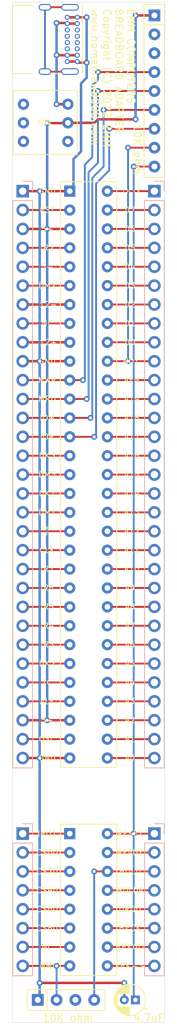
<source format=kicad_pcb>
(kicad_pcb (version 20171130) (host pcbnew "(5.1.8)-1")

  (general
    (thickness 1.6)
    (drawings 87)
    (tracks 201)
    (zones 0)
    (modules 11)
    (nets 93)
  )

  (page A4)
  (layers
    (0 F.Cu signal)
    (31 B.Cu signal)
    (32 B.Adhes user)
    (33 F.Adhes user)
    (34 B.Paste user)
    (35 F.Paste user)
    (36 B.SilkS user)
    (37 F.SilkS user)
    (38 B.Mask user)
    (39 F.Mask user)
    (40 Dwgs.User user)
    (41 Cmts.User user)
    (42 Eco1.User user)
    (43 Eco2.User user)
    (44 Edge.Cuts user)
    (45 Margin user)
    (46 B.CrtYd user)
    (47 F.CrtYd user)
    (48 B.Fab user)
    (49 F.Fab user)
  )

  (setup
    (last_trace_width 0.25)
    (trace_clearance 0.2)
    (zone_clearance 0.508)
    (zone_45_only no)
    (trace_min 0.2)
    (via_size 0.8)
    (via_drill 0.4)
    (via_min_size 0.4)
    (via_min_drill 0.3)
    (uvia_size 0.3)
    (uvia_drill 0.1)
    (uvias_allowed no)
    (uvia_min_size 0.2)
    (uvia_min_drill 0.1)
    (edge_width 0.05)
    (segment_width 0.2)
    (pcb_text_width 0.3)
    (pcb_text_size 1.5 1.5)
    (mod_edge_width 0.12)
    (mod_text_size 1 1)
    (mod_text_width 0.15)
    (pad_size 1.524 1.524)
    (pad_drill 0.762)
    (pad_to_mask_clearance 0)
    (aux_axis_origin 0 0)
    (visible_elements 7FFFFFFF)
    (pcbplotparams
      (layerselection 0x010fc_ffffffff)
      (usegerberextensions false)
      (usegerberattributes false)
      (usegerberadvancedattributes true)
      (creategerberjobfile true)
      (excludeedgelayer true)
      (linewidth 0.100000)
      (plotframeref false)
      (viasonmask false)
      (mode 1)
      (useauxorigin false)
      (hpglpennumber 1)
      (hpglpenspeed 20)
      (hpglpendiameter 15.000000)
      (psnegative false)
      (psa4output false)
      (plotreference true)
      (plotvalue true)
      (plotinvisibletext false)
      (padsonsilk false)
      (subtractmaskfromsilk false)
      (outputformat 1)
      (mirror false)
      (drillshape 0)
      (scaleselection 1)
      (outputdirectory "Gerber/"))
  )

  (net 0 "")
  (net 1 /RESET)
  (net 2 /GND)
  (net 3 /READY)
  (net 4 /IRQ1)
  (net 5 /IO_000X)
  (net 6 /IO_002X)
  (net 7 /IO_004X)
  (net 8 /IO_006X)
  (net 9 /IO_008X)
  (net 10 /NMI)
  (net 11 /SPK_OUT)
  (net 12 /SPK_GO)
  (net 13 /HF_PCLK)
  (net 14 /DRQ0)
  (net 15 /HOLDA)
  (net 16 /HOLD)
  (net 17 "Net-(J2-PadS1)")
  (net 18 "Net-(J2-PadB6)")
  (net 19 /POWER_SUPPLY)
  (net 20 "Net-(J2-PadB5)")
  (net 21 "Net-(J2-PadB8)")
  (net 22 "Net-(J2-PadB7)")
  (net 23 "Net-(J2-PadA8)")
  (net 24 "Net-(J2-PadA7)")
  (net 25 "Net-(J2-PadA6)")
  (net 26 "Net-(J2-PadA5)")
  (net 27 /A0)
  (net 28 /A1)
  (net 29 /A2)
  (net 30 /A3)
  (net 31 /A4)
  (net 32 /A5)
  (net 33 /A6)
  (net 34 /A7)
  (net 35 /A8)
  (net 36 /A9)
  (net 37 /A10)
  (net 38 /A11)
  (net 39 /A12)
  (net 40 /A13)
  (net 41 /A14)
  (net 42 /A15)
  (net 43 /A16)
  (net 44 /A17)
  (net 45 /A18)
  (net 46 /A19)
  (net 47 /AEN)
  (net 48 /RDY1)
  (net 49 /D0)
  (net 50 /D1)
  (net 51 /D2)
  (net 52 /D3)
  (net 53 /D4)
  (net 54 /D5)
  (net 55 /D6)
  (net 56 /D7)
  (net 57 /CH_CK)
  (net 58 /OSC88)
  (net 59 /5+)
  (net 60 /ALE)
  (net 61 /TC)
  (net 62 /DACK2)
  (net 63 /IRQ3)
  (net 64 /IRQ4)
  (net 65 /IRQ5)
  (net 66 /IRQ6)
  (net 67 /IRQ7)
  (net 68 /CLK88)
  (net 69 /REFRQ)
  (net 70 /DRQ1)
  (net 71 /DACK1)
  (net 72 /DRQ3)
  (net 73 /DACK3)
  (net 74 /IORD)
  (net 75 /IOWR)
  (net 76 /MRD)
  (net 77 /MWR)
  (net 78 /12+)
  (net 79 /NC)
  (net 80 /12-)
  (net 81 /DRQ2)
  (net 82 /5-)
  (net 83 /IRQ2)
  (net 84 /RESOUT)
  (net 85 "Net-(RN1-Pad2)")
  (net 86 "Net-(SW1-Pad6)")
  (net 87 "Net-(SW1-Pad5)")
  (net 88 "Net-(SW1-Pad4)")
  (net 89 "Net-(SW1-Pad1)")
  (net 90 /PIN7)
  (net 91 "Net-(RN1-Pad3)")
  (net 92 "Net-(RN2-Pad3)")

  (net_class Default "This is the default net class."
    (clearance 0.2)
    (trace_width 0.25)
    (via_dia 0.8)
    (via_drill 0.4)
    (uvia_dia 0.3)
    (uvia_drill 0.1)
    (add_net /12+)
    (add_net /12-)
    (add_net /5+)
    (add_net /5-)
    (add_net /A0)
    (add_net /A1)
    (add_net /A10)
    (add_net /A11)
    (add_net /A12)
    (add_net /A13)
    (add_net /A14)
    (add_net /A15)
    (add_net /A16)
    (add_net /A17)
    (add_net /A18)
    (add_net /A19)
    (add_net /A2)
    (add_net /A3)
    (add_net /A4)
    (add_net /A5)
    (add_net /A6)
    (add_net /A7)
    (add_net /A8)
    (add_net /A9)
    (add_net /AEN)
    (add_net /ALE)
    (add_net /CH_CK)
    (add_net /CLK88)
    (add_net /D0)
    (add_net /D1)
    (add_net /D2)
    (add_net /D3)
    (add_net /D4)
    (add_net /D5)
    (add_net /D6)
    (add_net /D7)
    (add_net /DACK1)
    (add_net /DACK2)
    (add_net /DACK3)
    (add_net /DRQ0)
    (add_net /DRQ1)
    (add_net /DRQ2)
    (add_net /DRQ3)
    (add_net /GND)
    (add_net /HF_PCLK)
    (add_net /HOLD)
    (add_net /HOLDA)
    (add_net /IORD)
    (add_net /IOWR)
    (add_net /IO_000X)
    (add_net /IO_002X)
    (add_net /IO_004X)
    (add_net /IO_006X)
    (add_net /IO_008X)
    (add_net /IRQ1)
    (add_net /IRQ2)
    (add_net /IRQ3)
    (add_net /IRQ4)
    (add_net /IRQ5)
    (add_net /IRQ6)
    (add_net /IRQ7)
    (add_net /MRD)
    (add_net /MWR)
    (add_net /NC)
    (add_net /NMI)
    (add_net /OSC88)
    (add_net /PIN7)
    (add_net /POWER_SUPPLY)
    (add_net /RDY1)
    (add_net /READY)
    (add_net /REFRQ)
    (add_net /RESET)
    (add_net /RESOUT)
    (add_net /SPK_GO)
    (add_net /SPK_OUT)
    (add_net /TC)
    (add_net "Net-(J2-PadA5)")
    (add_net "Net-(J2-PadA6)")
    (add_net "Net-(J2-PadA7)")
    (add_net "Net-(J2-PadA8)")
    (add_net "Net-(J2-PadB5)")
    (add_net "Net-(J2-PadB6)")
    (add_net "Net-(J2-PadB7)")
    (add_net "Net-(J2-PadB8)")
    (add_net "Net-(J2-PadS1)")
    (add_net "Net-(RN1-Pad2)")
    (add_net "Net-(RN1-Pad3)")
    (add_net "Net-(RN2-Pad3)")
    (add_net "Net-(SW1-Pad1)")
    (add_net "Net-(SW1-Pad4)")
    (add_net "Net-(SW1-Pad5)")
    (add_net "Net-(SW1-Pad6)")
  )

  (module Connector_PinHeader_2.54mm:PinHeader_1x08_P2.54mm_Vertical (layer B.Cu) (tedit 59FED5CC) (tstamp 63641490)
    (at 111.76 124.46 180)
    (descr "Through hole straight pin header, 1x08, 2.54mm pitch, single row")
    (tags "Through hole pin header THT 1x08 2.54mm single row")
    (path /63665793)
    (fp_text reference J6 (at 0 2.33) (layer B.SilkS) hide
      (effects (font (size 1 1) (thickness 0.15)) (justify mirror))
    )
    (fp_text value Conn_01x8 (at 0 -20.11) (layer B.Fab) hide
      (effects (font (size 1 1) (thickness 0.15)) (justify mirror))
    )
    (fp_line (start -0.635 1.27) (end 1.27 1.27) (layer B.Fab) (width 0.1))
    (fp_line (start 1.27 1.27) (end 1.27 -19.05) (layer B.Fab) (width 0.1))
    (fp_line (start 1.27 -19.05) (end -1.27 -19.05) (layer B.Fab) (width 0.1))
    (fp_line (start -1.27 -19.05) (end -1.27 0.635) (layer B.Fab) (width 0.1))
    (fp_line (start -1.27 0.635) (end -0.635 1.27) (layer B.Fab) (width 0.1))
    (fp_line (start -1.33 -19.11) (end 1.33 -19.11) (layer B.SilkS) (width 0.12))
    (fp_line (start -1.33 -1.27) (end -1.33 -19.11) (layer B.SilkS) (width 0.12))
    (fp_line (start 1.33 -1.27) (end 1.33 -19.11) (layer B.SilkS) (width 0.12))
    (fp_line (start -1.33 -1.27) (end 1.33 -1.27) (layer B.SilkS) (width 0.12))
    (fp_line (start -1.33 0) (end -1.33 1.33) (layer B.SilkS) (width 0.12))
    (fp_line (start -1.33 1.33) (end 0 1.33) (layer B.SilkS) (width 0.12))
    (fp_line (start -1.8 1.8) (end -1.8 -19.55) (layer B.CrtYd) (width 0.05))
    (fp_line (start -1.8 -19.55) (end 1.8 -19.55) (layer B.CrtYd) (width 0.05))
    (fp_line (start 1.8 -19.55) (end 1.8 1.8) (layer B.CrtYd) (width 0.05))
    (fp_line (start 1.8 1.8) (end -1.8 1.8) (layer B.CrtYd) (width 0.05))
    (fp_text user %R (at 0 -8.89 270) (layer B.Fab) hide
      (effects (font (size 1 1) (thickness 0.15)) (justify mirror))
    )
    (pad 8 thru_hole oval (at 0 -17.78 180) (size 1.7 1.7) (drill 1) (layers *.Cu *.Mask)
      (net 11 /SPK_OUT))
    (pad 7 thru_hole oval (at 0 -15.24 180) (size 1.7 1.7) (drill 1) (layers *.Cu *.Mask)
      (net 12 /SPK_GO))
    (pad 6 thru_hole oval (at 0 -12.7 180) (size 1.7 1.7) (drill 1) (layers *.Cu *.Mask)
      (net 13 /HF_PCLK))
    (pad 5 thru_hole oval (at 0 -10.16 180) (size 1.7 1.7) (drill 1) (layers *.Cu *.Mask)
      (net 14 /DRQ0))
    (pad 4 thru_hole oval (at 0 -7.62 180) (size 1.7 1.7) (drill 1) (layers *.Cu *.Mask)
      (net 15 /HOLDA))
    (pad 3 thru_hole oval (at 0 -5.08 180) (size 1.7 1.7) (drill 1) (layers *.Cu *.Mask)
      (net 16 /HOLD))
    (pad 2 thru_hole oval (at 0 -2.54 180) (size 1.7 1.7) (drill 1) (layers *.Cu *.Mask)
      (net 3 /READY))
    (pad 1 thru_hole rect (at 0 0 180) (size 1.7 1.7) (drill 1) (layers *.Cu *.Mask)
      (net 1 /RESET))
    (model ${KISYS3DMOD}/Connector_PinHeader_2.54mm.3dshapes/PinHeader_1x08_P2.54mm_Vertical.wrl
      (at (xyz 0 0 0))
      (scale (xyz 1 1 1))
      (rotate (xyz 0 0 0))
    )
  )

  (module Connector_PinHeader_2.54mm:PinHeader_1x08_P2.54mm_Vertical (layer B.Cu) (tedit 59FED5CC) (tstamp 63641474)
    (at 93.98 124.46 180)
    (descr "Through hole straight pin header, 1x08, 2.54mm pitch, single row")
    (tags "Through hole pin header THT 1x08 2.54mm single row")
    (path /636684BE)
    (fp_text reference J5 (at 0 2.33) (layer B.SilkS) hide
      (effects (font (size 1 1) (thickness 0.15)) (justify mirror))
    )
    (fp_text value Conn_01x8 (at 0 -20.11) (layer B.Fab) hide
      (effects (font (size 1 1) (thickness 0.15)) (justify mirror))
    )
    (fp_line (start -0.635 1.27) (end 1.27 1.27) (layer B.Fab) (width 0.1))
    (fp_line (start 1.27 1.27) (end 1.27 -19.05) (layer B.Fab) (width 0.1))
    (fp_line (start 1.27 -19.05) (end -1.27 -19.05) (layer B.Fab) (width 0.1))
    (fp_line (start -1.27 -19.05) (end -1.27 0.635) (layer B.Fab) (width 0.1))
    (fp_line (start -1.27 0.635) (end -0.635 1.27) (layer B.Fab) (width 0.1))
    (fp_line (start -1.33 -19.11) (end 1.33 -19.11) (layer B.SilkS) (width 0.12))
    (fp_line (start -1.33 -1.27) (end -1.33 -19.11) (layer B.SilkS) (width 0.12))
    (fp_line (start 1.33 -1.27) (end 1.33 -19.11) (layer B.SilkS) (width 0.12))
    (fp_line (start -1.33 -1.27) (end 1.33 -1.27) (layer B.SilkS) (width 0.12))
    (fp_line (start -1.33 0) (end -1.33 1.33) (layer B.SilkS) (width 0.12))
    (fp_line (start -1.33 1.33) (end 0 1.33) (layer B.SilkS) (width 0.12))
    (fp_line (start -1.8 1.8) (end -1.8 -19.55) (layer B.CrtYd) (width 0.05))
    (fp_line (start -1.8 -19.55) (end 1.8 -19.55) (layer B.CrtYd) (width 0.05))
    (fp_line (start 1.8 -19.55) (end 1.8 1.8) (layer B.CrtYd) (width 0.05))
    (fp_line (start 1.8 1.8) (end -1.8 1.8) (layer B.CrtYd) (width 0.05))
    (fp_text user %R (at 0 -8.89 270) (layer B.Fab) hide
      (effects (font (size 1 1) (thickness 0.15)) (justify mirror))
    )
    (pad 8 thru_hole oval (at 0 -17.78 180) (size 1.7 1.7) (drill 1) (layers *.Cu *.Mask)
      (net 10 /NMI))
    (pad 7 thru_hole oval (at 0 -15.24 180) (size 1.7 1.7) (drill 1) (layers *.Cu *.Mask)
      (net 90 /PIN7))
    (pad 6 thru_hole oval (at 0 -12.7 180) (size 1.7 1.7) (drill 1) (layers *.Cu *.Mask)
      (net 9 /IO_008X))
    (pad 5 thru_hole oval (at 0 -10.16 180) (size 1.7 1.7) (drill 1) (layers *.Cu *.Mask)
      (net 8 /IO_006X))
    (pad 4 thru_hole oval (at 0 -7.62 180) (size 1.7 1.7) (drill 1) (layers *.Cu *.Mask)
      (net 7 /IO_004X))
    (pad 3 thru_hole oval (at 0 -5.08 180) (size 1.7 1.7) (drill 1) (layers *.Cu *.Mask)
      (net 6 /IO_002X))
    (pad 2 thru_hole oval (at 0 -2.54 180) (size 1.7 1.7) (drill 1) (layers *.Cu *.Mask)
      (net 5 /IO_000X))
    (pad 1 thru_hole rect (at 0 0 180) (size 1.7 1.7) (drill 1) (layers *.Cu *.Mask)
      (net 4 /IRQ1))
    (model ${KISYS3DMOD}/Connector_PinHeader_2.54mm.3dshapes/PinHeader_1x08_P2.54mm_Vertical.wrl
      (at (xyz 0 0 0))
      (scale (xyz 1 1 1))
      (rotate (xyz 0 0 0))
    )
  )

  (module Connector_PinHeader_2.54mm:PinHeader_1x31_P2.54mm_Vertical (layer B.Cu) (tedit 59FED5CC) (tstamp 636404B1)
    (at 111.76 38.1 180)
    (descr "Through hole straight pin header, 1x31, 2.54mm pitch, single row")
    (tags "Through hole pin header THT 1x31 2.54mm single row")
    (path /636509A5)
    (fp_text reference J4 (at 0 2.33) (layer B.SilkS) hide
      (effects (font (size 1 1) (thickness 0.15)) (justify mirror))
    )
    (fp_text value Conn_01x31 (at 0 -78.53) (layer B.Fab) hide
      (effects (font (size 1 1) (thickness 0.15)) (justify mirror))
    )
    (fp_line (start -0.635 1.27) (end 1.27 1.27) (layer B.Fab) (width 0.1))
    (fp_line (start 1.27 1.27) (end 1.27 -77.47) (layer B.Fab) (width 0.1))
    (fp_line (start 1.27 -77.47) (end -1.27 -77.47) (layer B.Fab) (width 0.1))
    (fp_line (start -1.27 -77.47) (end -1.27 0.635) (layer B.Fab) (width 0.1))
    (fp_line (start -1.27 0.635) (end -0.635 1.27) (layer B.Fab) (width 0.1))
    (fp_line (start -1.33 -77.53) (end 1.33 -77.53) (layer B.SilkS) (width 0.12))
    (fp_line (start -1.33 -1.27) (end -1.33 -77.53) (layer B.SilkS) (width 0.12))
    (fp_line (start 1.33 -1.27) (end 1.33 -77.53) (layer B.SilkS) (width 0.12))
    (fp_line (start -1.33 -1.27) (end 1.33 -1.27) (layer B.SilkS) (width 0.12))
    (fp_line (start -1.33 0) (end -1.33 1.33) (layer B.SilkS) (width 0.12))
    (fp_line (start -1.33 1.33) (end 0 1.33) (layer B.SilkS) (width 0.12))
    (fp_line (start -1.8 1.8) (end -1.8 -78) (layer B.CrtYd) (width 0.05))
    (fp_line (start -1.8 -78) (end 1.8 -78) (layer B.CrtYd) (width 0.05))
    (fp_line (start 1.8 -78) (end 1.8 1.8) (layer B.CrtYd) (width 0.05))
    (fp_line (start 1.8 1.8) (end -1.8 1.8) (layer B.CrtYd) (width 0.05))
    (fp_text user %R (at 0 -38.1 270) (layer B.Fab) hide
      (effects (font (size 1 1) (thickness 0.15)) (justify mirror))
    )
    (pad 31 thru_hole oval (at 0 -76.2 180) (size 1.7 1.7) (drill 1) (layers *.Cu *.Mask)
      (net 27 /A0))
    (pad 30 thru_hole oval (at 0 -73.66 180) (size 1.7 1.7) (drill 1) (layers *.Cu *.Mask)
      (net 28 /A1))
    (pad 29 thru_hole oval (at 0 -71.12 180) (size 1.7 1.7) (drill 1) (layers *.Cu *.Mask)
      (net 29 /A2))
    (pad 28 thru_hole oval (at 0 -68.58 180) (size 1.7 1.7) (drill 1) (layers *.Cu *.Mask)
      (net 30 /A3))
    (pad 27 thru_hole oval (at 0 -66.04 180) (size 1.7 1.7) (drill 1) (layers *.Cu *.Mask)
      (net 31 /A4))
    (pad 26 thru_hole oval (at 0 -63.5 180) (size 1.7 1.7) (drill 1) (layers *.Cu *.Mask)
      (net 32 /A5))
    (pad 25 thru_hole oval (at 0 -60.96 180) (size 1.7 1.7) (drill 1) (layers *.Cu *.Mask)
      (net 33 /A6))
    (pad 24 thru_hole oval (at 0 -58.42 180) (size 1.7 1.7) (drill 1) (layers *.Cu *.Mask)
      (net 34 /A7))
    (pad 23 thru_hole oval (at 0 -55.88 180) (size 1.7 1.7) (drill 1) (layers *.Cu *.Mask)
      (net 35 /A8))
    (pad 22 thru_hole oval (at 0 -53.34 180) (size 1.7 1.7) (drill 1) (layers *.Cu *.Mask)
      (net 36 /A9))
    (pad 21 thru_hole oval (at 0 -50.8 180) (size 1.7 1.7) (drill 1) (layers *.Cu *.Mask)
      (net 37 /A10))
    (pad 20 thru_hole oval (at 0 -48.26 180) (size 1.7 1.7) (drill 1) (layers *.Cu *.Mask)
      (net 38 /A11))
    (pad 19 thru_hole oval (at 0 -45.72 180) (size 1.7 1.7) (drill 1) (layers *.Cu *.Mask)
      (net 39 /A12))
    (pad 18 thru_hole oval (at 0 -43.18 180) (size 1.7 1.7) (drill 1) (layers *.Cu *.Mask)
      (net 40 /A13))
    (pad 17 thru_hole oval (at 0 -40.64 180) (size 1.7 1.7) (drill 1) (layers *.Cu *.Mask)
      (net 41 /A14))
    (pad 16 thru_hole oval (at 0 -38.1 180) (size 1.7 1.7) (drill 1) (layers *.Cu *.Mask)
      (net 42 /A15))
    (pad 15 thru_hole oval (at 0 -35.56 180) (size 1.7 1.7) (drill 1) (layers *.Cu *.Mask)
      (net 43 /A16))
    (pad 14 thru_hole oval (at 0 -33.02 180) (size 1.7 1.7) (drill 1) (layers *.Cu *.Mask)
      (net 44 /A17))
    (pad 13 thru_hole oval (at 0 -30.48 180) (size 1.7 1.7) (drill 1) (layers *.Cu *.Mask)
      (net 45 /A18))
    (pad 12 thru_hole oval (at 0 -27.94 180) (size 1.7 1.7) (drill 1) (layers *.Cu *.Mask)
      (net 46 /A19))
    (pad 11 thru_hole oval (at 0 -25.4 180) (size 1.7 1.7) (drill 1) (layers *.Cu *.Mask)
      (net 47 /AEN))
    (pad 10 thru_hole oval (at 0 -22.86 180) (size 1.7 1.7) (drill 1) (layers *.Cu *.Mask)
      (net 48 /RDY1))
    (pad 9 thru_hole oval (at 0 -20.32 180) (size 1.7 1.7) (drill 1) (layers *.Cu *.Mask)
      (net 49 /D0))
    (pad 8 thru_hole oval (at 0 -17.78 180) (size 1.7 1.7) (drill 1) (layers *.Cu *.Mask)
      (net 50 /D1))
    (pad 7 thru_hole oval (at 0 -15.24 180) (size 1.7 1.7) (drill 1) (layers *.Cu *.Mask)
      (net 51 /D2))
    (pad 6 thru_hole oval (at 0 -12.7 180) (size 1.7 1.7) (drill 1) (layers *.Cu *.Mask)
      (net 52 /D3))
    (pad 5 thru_hole oval (at 0 -10.16 180) (size 1.7 1.7) (drill 1) (layers *.Cu *.Mask)
      (net 53 /D4))
    (pad 4 thru_hole oval (at 0 -7.62 180) (size 1.7 1.7) (drill 1) (layers *.Cu *.Mask)
      (net 54 /D5))
    (pad 3 thru_hole oval (at 0 -5.08 180) (size 1.7 1.7) (drill 1) (layers *.Cu *.Mask)
      (net 55 /D6))
    (pad 2 thru_hole oval (at 0 -2.54 180) (size 1.7 1.7) (drill 1) (layers *.Cu *.Mask)
      (net 56 /D7))
    (pad 1 thru_hole rect (at 0 0 180) (size 1.7 1.7) (drill 1) (layers *.Cu *.Mask)
      (net 57 /CH_CK))
    (model ${KISYS3DMOD}/Connector_PinHeader_2.54mm.3dshapes/PinHeader_1x31_P2.54mm_Vertical.wrl
      (at (xyz 0 0 0))
      (scale (xyz 1 1 1))
      (rotate (xyz 0 0 0))
    )
  )

  (module Connector_PinHeader_2.54mm:PinHeader_1x31_P2.54mm_Vertical (layer B.Cu) (tedit 59FED5CC) (tstamp 6364047E)
    (at 93.98 38.1 180)
    (descr "Through hole straight pin header, 1x31, 2.54mm pitch, single row")
    (tags "Through hole pin header THT 1x31 2.54mm single row")
    (path /6364E93A)
    (fp_text reference J3 (at 0 2.33) (layer B.SilkS) hide
      (effects (font (size 1 1) (thickness 0.15)) (justify mirror))
    )
    (fp_text value Conn_01x31 (at 0 -78.53) (layer B.Fab) hide
      (effects (font (size 1 1) (thickness 0.15)) (justify mirror))
    )
    (fp_line (start -0.635 1.27) (end 1.27 1.27) (layer B.Fab) (width 0.1))
    (fp_line (start 1.27 1.27) (end 1.27 -77.47) (layer B.Fab) (width 0.1))
    (fp_line (start 1.27 -77.47) (end -1.27 -77.47) (layer B.Fab) (width 0.1))
    (fp_line (start -1.27 -77.47) (end -1.27 0.635) (layer B.Fab) (width 0.1))
    (fp_line (start -1.27 0.635) (end -0.635 1.27) (layer B.Fab) (width 0.1))
    (fp_line (start -1.33 -77.53) (end 1.33 -77.53) (layer B.SilkS) (width 0.12))
    (fp_line (start -1.33 -1.27) (end -1.33 -77.53) (layer B.SilkS) (width 0.12))
    (fp_line (start 1.33 -1.27) (end 1.33 -77.53) (layer B.SilkS) (width 0.12))
    (fp_line (start -1.33 -1.27) (end 1.33 -1.27) (layer B.SilkS) (width 0.12))
    (fp_line (start -1.33 0) (end -1.33 1.33) (layer B.SilkS) (width 0.12))
    (fp_line (start -1.33 1.33) (end 0 1.33) (layer B.SilkS) (width 0.12))
    (fp_line (start -1.8 1.8) (end -1.8 -78) (layer B.CrtYd) (width 0.05))
    (fp_line (start -1.8 -78) (end 1.8 -78) (layer B.CrtYd) (width 0.05))
    (fp_line (start 1.8 -78) (end 1.8 1.8) (layer B.CrtYd) (width 0.05))
    (fp_line (start 1.8 1.8) (end -1.8 1.8) (layer B.CrtYd) (width 0.05))
    (fp_text user %R (at 0 -38.1 270) (layer B.Fab) hide
      (effects (font (size 1 1) (thickness 0.15)) (justify mirror))
    )
    (pad 31 thru_hole oval (at 0 -76.2 180) (size 1.7 1.7) (drill 1) (layers *.Cu *.Mask)
      (net 2 /GND))
    (pad 30 thru_hole oval (at 0 -73.66 180) (size 1.7 1.7) (drill 1) (layers *.Cu *.Mask)
      (net 58 /OSC88))
    (pad 29 thru_hole oval (at 0 -71.12 180) (size 1.7 1.7) (drill 1) (layers *.Cu *.Mask)
      (net 59 /5+))
    (pad 28 thru_hole oval (at 0 -68.58 180) (size 1.7 1.7) (drill 1) (layers *.Cu *.Mask)
      (net 60 /ALE))
    (pad 27 thru_hole oval (at 0 -66.04 180) (size 1.7 1.7) (drill 1) (layers *.Cu *.Mask)
      (net 61 /TC))
    (pad 26 thru_hole oval (at 0 -63.5 180) (size 1.7 1.7) (drill 1) (layers *.Cu *.Mask)
      (net 62 /DACK2))
    (pad 25 thru_hole oval (at 0 -60.96 180) (size 1.7 1.7) (drill 1) (layers *.Cu *.Mask)
      (net 63 /IRQ3))
    (pad 24 thru_hole oval (at 0 -58.42 180) (size 1.7 1.7) (drill 1) (layers *.Cu *.Mask)
      (net 64 /IRQ4))
    (pad 23 thru_hole oval (at 0 -55.88 180) (size 1.7 1.7) (drill 1) (layers *.Cu *.Mask)
      (net 65 /IRQ5))
    (pad 22 thru_hole oval (at 0 -53.34 180) (size 1.7 1.7) (drill 1) (layers *.Cu *.Mask)
      (net 66 /IRQ6))
    (pad 21 thru_hole oval (at 0 -50.8 180) (size 1.7 1.7) (drill 1) (layers *.Cu *.Mask)
      (net 67 /IRQ7))
    (pad 20 thru_hole oval (at 0 -48.26 180) (size 1.7 1.7) (drill 1) (layers *.Cu *.Mask)
      (net 68 /CLK88))
    (pad 19 thru_hole oval (at 0 -45.72 180) (size 1.7 1.7) (drill 1) (layers *.Cu *.Mask)
      (net 69 /REFRQ))
    (pad 18 thru_hole oval (at 0 -43.18 180) (size 1.7 1.7) (drill 1) (layers *.Cu *.Mask)
      (net 70 /DRQ1))
    (pad 17 thru_hole oval (at 0 -40.64 180) (size 1.7 1.7) (drill 1) (layers *.Cu *.Mask)
      (net 71 /DACK1))
    (pad 16 thru_hole oval (at 0 -38.1 180) (size 1.7 1.7) (drill 1) (layers *.Cu *.Mask)
      (net 72 /DRQ3))
    (pad 15 thru_hole oval (at 0 -35.56 180) (size 1.7 1.7) (drill 1) (layers *.Cu *.Mask)
      (net 73 /DACK3))
    (pad 14 thru_hole oval (at 0 -33.02 180) (size 1.7 1.7) (drill 1) (layers *.Cu *.Mask)
      (net 74 /IORD))
    (pad 13 thru_hole oval (at 0 -30.48 180) (size 1.7 1.7) (drill 1) (layers *.Cu *.Mask)
      (net 75 /IOWR))
    (pad 12 thru_hole oval (at 0 -27.94 180) (size 1.7 1.7) (drill 1) (layers *.Cu *.Mask)
      (net 76 /MRD))
    (pad 11 thru_hole oval (at 0 -25.4 180) (size 1.7 1.7) (drill 1) (layers *.Cu *.Mask)
      (net 77 /MWR))
    (pad 10 thru_hole oval (at 0 -22.86 180) (size 1.7 1.7) (drill 1) (layers *.Cu *.Mask)
      (net 2 /GND))
    (pad 9 thru_hole oval (at 0 -20.32 180) (size 1.7 1.7) (drill 1) (layers *.Cu *.Mask)
      (net 78 /12+))
    (pad 8 thru_hole oval (at 0 -17.78 180) (size 1.7 1.7) (drill 1) (layers *.Cu *.Mask)
      (net 79 /NC))
    (pad 7 thru_hole oval (at 0 -15.24 180) (size 1.7 1.7) (drill 1) (layers *.Cu *.Mask)
      (net 80 /12-))
    (pad 6 thru_hole oval (at 0 -12.7 180) (size 1.7 1.7) (drill 1) (layers *.Cu *.Mask)
      (net 81 /DRQ2))
    (pad 5 thru_hole oval (at 0 -10.16 180) (size 1.7 1.7) (drill 1) (layers *.Cu *.Mask)
      (net 82 /5-))
    (pad 4 thru_hole oval (at 0 -7.62 180) (size 1.7 1.7) (drill 1) (layers *.Cu *.Mask)
      (net 83 /IRQ2))
    (pad 3 thru_hole oval (at 0 -5.08 180) (size 1.7 1.7) (drill 1) (layers *.Cu *.Mask)
      (net 59 /5+))
    (pad 2 thru_hole oval (at 0 -2.54 180) (size 1.7 1.7) (drill 1) (layers *.Cu *.Mask)
      (net 84 /RESOUT))
    (pad 1 thru_hole rect (at 0 0 180) (size 1.7 1.7) (drill 1) (layers *.Cu *.Mask)
      (net 2 /GND))
    (model ${KISYS3DMOD}/Connector_PinHeader_2.54mm.3dshapes/PinHeader_1x31_P2.54mm_Vertical.wrl
      (at (xyz 0 0 0))
      (scale (xyz 1 1 1))
      (rotate (xyz 0 0 0))
    )
  )

  (module "My:6 PIN DTDP" (layer F.Cu) (tedit 60F1B5FC) (tstamp 6363FBB5)
    (at 100.076 31.416 180)
    (path /6364076E)
    (fp_text reference SW1 (at 3.048 2.54) (layer F.SilkS)
      (effects (font (size 0.6 0.6) (thickness 0.15)))
    )
    (fp_text value SW_Push_DPDT (at 3.302 -2.54) (layer F.Fab)
      (effects (font (size 1 1) (thickness 0.15)))
    )
    (fp_line (start 7.366 6.858) (end -1.27 6.858) (layer F.SilkS) (width 0.12))
    (fp_line (start -1.27 -1.778) (end 7.366 -1.778) (layer F.SilkS) (width 0.12))
    (fp_line (start 7.366 -1.778) (end 7.366 6.858) (layer F.SilkS) (width 0.12))
    (fp_line (start -1.27 -1.778) (end -1.27 6.858) (layer F.SilkS) (width 0.12))
    (pad 6 thru_hole circle (at 6 0 180) (size 1.524 1.524) (drill 0.762) (layers *.Cu *.Mask)
      (net 86 "Net-(SW1-Pad6)"))
    (pad 5 thru_hole circle (at 6 2.5 180) (size 1.524 1.524) (drill 0.762) (layers *.Cu *.Mask)
      (net 87 "Net-(SW1-Pad5)"))
    (pad 4 thru_hole circle (at 6 5 180) (size 1.524 1.524) (drill 0.762) (layers *.Cu *.Mask)
      (net 88 "Net-(SW1-Pad4)"))
    (pad 3 thru_hole circle (at 0 5 180) (size 1.524 1.524) (drill 0.762) (layers *.Cu *.Mask)
      (net 19 /POWER_SUPPLY))
    (pad 2 thru_hole circle (at 0 2.5 180) (size 1.524 1.524) (drill 0.762) (layers *.Cu *.Mask)
      (net 59 /5+))
    (pad 1 thru_hole circle (at 0 0 180) (size 1.524 1.524) (drill 0.762) (layers *.Cu *.Mask)
      (net 89 "Net-(SW1-Pad1)"))
  )

  (module Resistor_THT:R_Array_SIP4 (layer F.Cu) (tedit 5A14249F) (tstamp 6363FBA7)
    (at 96.012 146.812)
    (descr "4-pin Resistor SIP pack")
    (tags R)
    (path /636476CE)
    (fp_text reference RN2 (at 5.08 -2.4) (layer F.SilkS) hide
      (effects (font (size 1 1) (thickness 0.15)))
    )
    (fp_text value "10K ohm" (at 4.064 2.4) (layer F.SilkS)
      (effects (font (size 1 1) (thickness 0.15)))
    )
    (fp_line (start -1.29 -1.25) (end -1.29 1.25) (layer F.Fab) (width 0.1))
    (fp_line (start -1.29 1.25) (end 8.91 1.25) (layer F.Fab) (width 0.1))
    (fp_line (start 8.91 1.25) (end 8.91 -1.25) (layer F.Fab) (width 0.1))
    (fp_line (start 8.91 -1.25) (end -1.29 -1.25) (layer F.Fab) (width 0.1))
    (fp_line (start 1.27 -1.25) (end 1.27 1.25) (layer F.Fab) (width 0.1))
    (fp_line (start -1.44 -1.4) (end -1.44 1.4) (layer F.SilkS) (width 0.12))
    (fp_line (start -1.44 1.4) (end 9.06 1.4) (layer F.SilkS) (width 0.12))
    (fp_line (start 9.06 1.4) (end 9.06 -1.4) (layer F.SilkS) (width 0.12))
    (fp_line (start 9.06 -1.4) (end -1.44 -1.4) (layer F.SilkS) (width 0.12))
    (fp_line (start 1.27 -1.4) (end 1.27 1.4) (layer F.SilkS) (width 0.12))
    (fp_line (start -1.7 -1.65) (end -1.7 1.65) (layer F.CrtYd) (width 0.05))
    (fp_line (start -1.7 1.65) (end 9.35 1.65) (layer F.CrtYd) (width 0.05))
    (fp_line (start 9.35 1.65) (end 9.35 -1.65) (layer F.CrtYd) (width 0.05))
    (fp_line (start 9.35 -1.65) (end -1.7 -1.65) (layer F.CrtYd) (width 0.05))
    (fp_text user %R (at 3.81 0) (layer F.Fab)
      (effects (font (size 1 1) (thickness 0.15)))
    )
    (pad 4 thru_hole oval (at 7.62 0) (size 1.6 1.6) (drill 0.8) (layers *.Cu *.Mask)
      (net 16 /HOLD))
    (pad 3 thru_hole oval (at 5.08 0) (size 1.6 1.6) (drill 0.8) (layers *.Cu *.Mask)
      (net 92 "Net-(RN2-Pad3)"))
    (pad 2 thru_hole oval (at 2.54 0) (size 1.6 1.6) (drill 0.8) (layers *.Cu *.Mask)
      (net 10 /NMI))
    (pad 1 thru_hole rect (at 0 0) (size 1.6 1.6) (drill 0.8) (layers *.Cu *.Mask)
      (net 2 /GND))
    (model ${KISYS3DMOD}/Resistor_THT.3dshapes/R_Array_SIP4.wrl
      (at (xyz 0 0 0))
      (scale (xyz 1 1 1))
      (rotate (xyz 0 0 0))
    )
  )

  (module Resistor_THT:R_Array_SIP9 (layer F.Cu) (tedit 5A14249F) (tstamp 6363FB90)
    (at 111.76 14.478 270)
    (descr "9-pin Resistor SIP pack")
    (tags R)
    (path /6364884B)
    (fp_text reference RN1 (at 11.43 -2.4 90) (layer F.SilkS) hide
      (effects (font (size 1 1) (thickness 0.15)))
    )
    (fp_text value "10K ohm" (at 18.034 2.286 270 unlocked) (layer F.SilkS)
      (effects (font (size 1 1) (thickness 0.15)))
    )
    (fp_line (start -1.29 -1.25) (end -1.29 1.25) (layer F.Fab) (width 0.1))
    (fp_line (start -1.29 1.25) (end 21.61 1.25) (layer F.Fab) (width 0.1))
    (fp_line (start 21.61 1.25) (end 21.61 -1.25) (layer F.Fab) (width 0.1))
    (fp_line (start 21.61 -1.25) (end -1.29 -1.25) (layer F.Fab) (width 0.1))
    (fp_line (start 1.27 -1.25) (end 1.27 1.25) (layer F.Fab) (width 0.1))
    (fp_line (start -1.44 -1.4) (end -1.44 1.4) (layer F.SilkS) (width 0.12))
    (fp_line (start -1.44 1.4) (end 21.76 1.4) (layer F.SilkS) (width 0.12))
    (fp_line (start 21.76 1.4) (end 21.76 -1.4) (layer F.SilkS) (width 0.12))
    (fp_line (start 21.76 -1.4) (end -1.44 -1.4) (layer F.SilkS) (width 0.12))
    (fp_line (start 1.27 -1.4) (end 1.27 1.4) (layer F.SilkS) (width 0.12))
    (fp_line (start -1.7 -1.65) (end -1.7 1.65) (layer F.CrtYd) (width 0.05))
    (fp_line (start -1.7 1.65) (end 22.05 1.65) (layer F.CrtYd) (width 0.05))
    (fp_line (start 22.05 1.65) (end 22.05 -1.65) (layer F.CrtYd) (width 0.05))
    (fp_line (start 22.05 -1.65) (end -1.7 -1.65) (layer F.CrtYd) (width 0.05))
    (fp_text user %R (at 10.16 0 90) (layer F.Fab) hide
      (effects (font (size 1 1) (thickness 0.15)))
    )
    (pad 9 thru_hole oval (at 20.32 0 270) (size 1.6 1.6) (drill 0.8) (layers *.Cu *.Mask)
      (net 1 /RESET))
    (pad 8 thru_hole oval (at 17.78 0 270) (size 1.6 1.6) (drill 0.8) (layers *.Cu *.Mask)
      (net 48 /RDY1))
    (pad 7 thru_hole oval (at 15.24 0 270) (size 1.6 1.6) (drill 0.8) (layers *.Cu *.Mask)
      (net 74 /IORD))
    (pad 6 thru_hole oval (at 12.7 0 270) (size 1.6 1.6) (drill 0.8) (layers *.Cu *.Mask)
      (net 75 /IOWR))
    (pad 5 thru_hole oval (at 10.16 0 270) (size 1.6 1.6) (drill 0.8) (layers *.Cu *.Mask)
      (net 76 /MRD))
    (pad 4 thru_hole oval (at 7.62 0 270) (size 1.6 1.6) (drill 0.8) (layers *.Cu *.Mask)
      (net 77 /MWR))
    (pad 3 thru_hole oval (at 5.08 0 270) (size 1.6 1.6) (drill 0.8) (layers *.Cu *.Mask)
      (net 91 "Net-(RN1-Pad3)"))
    (pad 2 thru_hole oval (at 2.54 0 270) (size 1.6 1.6) (drill 0.8) (layers *.Cu *.Mask)
      (net 85 "Net-(RN1-Pad2)"))
    (pad 1 thru_hole rect (at 0 0 270) (size 1.6 1.6) (drill 0.8) (layers *.Cu *.Mask)
      (net 59 /5+))
    (model ${KISYS3DMOD}/Resistor_THT.3dshapes/R_Array_SIP9.wrl
      (at (xyz 0 0 0))
      (scale (xyz 1 1 1))
      (rotate (xyz 0 0 0))
    )
  )

  (module My:8-bit-ISA (layer F.Cu) (tedit 5FB96B69) (tstamp 6363FB74)
    (at 100.33 38.1)
    (path /6082C528)
    (fp_text reference J9 (at 1.27 -6.35) (layer F.SilkS) hide
      (effects (font (size 1 1) (thickness 0.15)))
    )
    (fp_text value Bus_ISA_8bit (at 2.54 -2.54) (layer F.Fab)
      (effects (font (size 1 1) (thickness 0.15)))
    )
    (fp_line (start -1.27 -1.27) (end -1.27 77.47) (layer F.SilkS) (width 0.12))
    (fp_line (start 6.35 -1.27) (end -1.27 -1.27) (layer F.SilkS) (width 0.12))
    (fp_line (start 6.35 77.47) (end 6.35 -1.27) (layer F.SilkS) (width 0.12))
    (fp_line (start -1.27 77.47) (end 6.35 77.47) (layer F.SilkS) (width 0.12))
    (pad 62 thru_hole circle (at 5.08 76.2) (size 1.524 1.524) (drill 0.762) (layers *.Cu *.Mask)
      (net 27 /A0))
    (pad 61 thru_hole circle (at 5.08 73.66) (size 1.524 1.524) (drill 0.762) (layers *.Cu *.Mask)
      (net 28 /A1))
    (pad 60 thru_hole circle (at 5.08 71.12) (size 1.524 1.524) (drill 0.762) (layers *.Cu *.Mask)
      (net 29 /A2))
    (pad 59 thru_hole circle (at 5.08 68.58) (size 1.524 1.524) (drill 0.762) (layers *.Cu *.Mask)
      (net 30 /A3))
    (pad 58 thru_hole circle (at 5.08 66.04) (size 1.524 1.524) (drill 0.762) (layers *.Cu *.Mask)
      (net 31 /A4))
    (pad 57 thru_hole circle (at 5.08 63.5) (size 1.524 1.524) (drill 0.762) (layers *.Cu *.Mask)
      (net 32 /A5))
    (pad 56 thru_hole circle (at 5.08 60.96) (size 1.524 1.524) (drill 0.762) (layers *.Cu *.Mask)
      (net 33 /A6))
    (pad 55 thru_hole circle (at 5.08 58.42) (size 1.524 1.524) (drill 0.762) (layers *.Cu *.Mask)
      (net 34 /A7))
    (pad 54 thru_hole circle (at 5.08 55.88) (size 1.524 1.524) (drill 0.762) (layers *.Cu *.Mask)
      (net 35 /A8))
    (pad 53 thru_hole circle (at 5.08 53.34) (size 1.524 1.524) (drill 0.762) (layers *.Cu *.Mask)
      (net 36 /A9))
    (pad 52 thru_hole circle (at 5.08 50.8) (size 1.524 1.524) (drill 0.762) (layers *.Cu *.Mask)
      (net 37 /A10))
    (pad 51 thru_hole circle (at 5.08 48.26) (size 1.524 1.524) (drill 0.762) (layers *.Cu *.Mask)
      (net 38 /A11))
    (pad 50 thru_hole circle (at 5.08 45.72) (size 1.524 1.524) (drill 0.762) (layers *.Cu *.Mask)
      (net 39 /A12))
    (pad 49 thru_hole circle (at 5.08 43.18) (size 1.524 1.524) (drill 0.762) (layers *.Cu *.Mask)
      (net 40 /A13))
    (pad 48 thru_hole circle (at 5.08 40.64) (size 1.524 1.524) (drill 0.762) (layers *.Cu *.Mask)
      (net 41 /A14))
    (pad 47 thru_hole circle (at 5.08 38.1) (size 1.524 1.524) (drill 0.762) (layers *.Cu *.Mask)
      (net 42 /A15))
    (pad 46 thru_hole circle (at 5.08 35.56) (size 1.524 1.524) (drill 0.762) (layers *.Cu *.Mask)
      (net 43 /A16))
    (pad 45 thru_hole circle (at 5.08 33.02) (size 1.524 1.524) (drill 0.762) (layers *.Cu *.Mask)
      (net 44 /A17))
    (pad 44 thru_hole circle (at 5.08 30.48) (size 1.524 1.524) (drill 0.762) (layers *.Cu *.Mask)
      (net 45 /A18))
    (pad 43 thru_hole circle (at 5.08 27.94) (size 1.524 1.524) (drill 0.762) (layers *.Cu *.Mask)
      (net 46 /A19))
    (pad 42 thru_hole circle (at 5.08 25.4) (size 1.524 1.524) (drill 0.762) (layers *.Cu *.Mask)
      (net 47 /AEN))
    (pad 41 thru_hole circle (at 5.08 22.86) (size 1.524 1.524) (drill 0.762) (layers *.Cu *.Mask)
      (net 48 /RDY1))
    (pad 40 thru_hole circle (at 5.08 20.32) (size 1.524 1.524) (drill 0.762) (layers *.Cu *.Mask)
      (net 49 /D0))
    (pad 39 thru_hole circle (at 5.08 17.78) (size 1.524 1.524) (drill 0.762) (layers *.Cu *.Mask)
      (net 50 /D1))
    (pad 38 thru_hole circle (at 5.08 15.24) (size 1.524 1.524) (drill 0.762) (layers *.Cu *.Mask)
      (net 51 /D2))
    (pad 37 thru_hole circle (at 5.08 12.7) (size 1.524 1.524) (drill 0.762) (layers *.Cu *.Mask)
      (net 52 /D3))
    (pad 36 thru_hole circle (at 5.08 10.16) (size 1.524 1.524) (drill 0.762) (layers *.Cu *.Mask)
      (net 53 /D4))
    (pad 35 thru_hole circle (at 5.08 7.62) (size 1.524 1.524) (drill 0.762) (layers *.Cu *.Mask)
      (net 54 /D5))
    (pad 34 thru_hole circle (at 5.08 5.08) (size 1.524 1.524) (drill 0.762) (layers *.Cu *.Mask)
      (net 55 /D6))
    (pad 33 thru_hole circle (at 5.08 2.54) (size 1.524 1.524) (drill 0.762) (layers *.Cu *.Mask)
      (net 56 /D7))
    (pad 32 thru_hole circle (at 5.08 0) (size 1.524 1.524) (drill 0.762) (layers *.Cu *.Mask)
      (net 57 /CH_CK))
    (pad 31 thru_hole circle (at 0 76.2) (size 1.524 1.524) (drill 0.762) (layers *.Cu *.Mask)
      (net 2 /GND))
    (pad 30 thru_hole circle (at 0 73.66) (size 1.524 1.524) (drill 0.762) (layers *.Cu *.Mask)
      (net 58 /OSC88))
    (pad 29 thru_hole circle (at 0 71.12) (size 1.524 1.524) (drill 0.762) (layers *.Cu *.Mask)
      (net 59 /5+))
    (pad 28 thru_hole circle (at 0 68.58) (size 1.524 1.524) (drill 0.762) (layers *.Cu *.Mask)
      (net 60 /ALE))
    (pad 27 thru_hole circle (at 0 66.04) (size 1.524 1.524) (drill 0.762) (layers *.Cu *.Mask)
      (net 61 /TC))
    (pad 26 thru_hole circle (at 0 63.5) (size 1.524 1.524) (drill 0.762) (layers *.Cu *.Mask)
      (net 62 /DACK2))
    (pad 25 thru_hole circle (at 0 60.96) (size 1.524 1.524) (drill 0.762) (layers *.Cu *.Mask)
      (net 63 /IRQ3))
    (pad 24 thru_hole circle (at 0 58.42) (size 1.524 1.524) (drill 0.762) (layers *.Cu *.Mask)
      (net 64 /IRQ4))
    (pad 23 thru_hole circle (at 0 55.88) (size 1.524 1.524) (drill 0.762) (layers *.Cu *.Mask)
      (net 65 /IRQ5))
    (pad 22 thru_hole circle (at 0 53.34) (size 1.524 1.524) (drill 0.762) (layers *.Cu *.Mask)
      (net 66 /IRQ6))
    (pad 21 thru_hole circle (at 0 50.8) (size 1.524 1.524) (drill 0.762) (layers *.Cu *.Mask)
      (net 67 /IRQ7))
    (pad 20 thru_hole circle (at 0 48.26) (size 1.524 1.524) (drill 0.762) (layers *.Cu *.Mask)
      (net 68 /CLK88))
    (pad 19 thru_hole circle (at 0 45.72) (size 1.524 1.524) (drill 0.762) (layers *.Cu *.Mask)
      (net 69 /REFRQ))
    (pad 18 thru_hole circle (at 0 43.18) (size 1.524 1.524) (drill 0.762) (layers *.Cu *.Mask)
      (net 70 /DRQ1))
    (pad 17 thru_hole circle (at 0 40.64) (size 1.524 1.524) (drill 0.762) (layers *.Cu *.Mask)
      (net 71 /DACK1))
    (pad 16 thru_hole circle (at 0 38.1) (size 1.524 1.524) (drill 0.762) (layers *.Cu *.Mask)
      (net 72 /DRQ3))
    (pad 15 thru_hole circle (at 0 35.56) (size 1.524 1.524) (drill 0.762) (layers *.Cu *.Mask)
      (net 73 /DACK3))
    (pad 14 thru_hole circle (at 0 33.02) (size 1.524 1.524) (drill 0.762) (layers *.Cu *.Mask)
      (net 74 /IORD))
    (pad 13 thru_hole circle (at 0 30.48) (size 1.524 1.524) (drill 0.762) (layers *.Cu *.Mask)
      (net 75 /IOWR))
    (pad 12 thru_hole circle (at 0 27.94) (size 1.524 1.524) (drill 0.762) (layers *.Cu *.Mask)
      (net 76 /MRD))
    (pad 11 thru_hole circle (at 0 25.4) (size 1.524 1.524) (drill 0.762) (layers *.Cu *.Mask)
      (net 77 /MWR))
    (pad 10 thru_hole circle (at 0 22.86) (size 1.524 1.524) (drill 0.762) (layers *.Cu *.Mask)
      (net 2 /GND))
    (pad 9 thru_hole circle (at 0 20.32) (size 1.524 1.524) (drill 0.762) (layers *.Cu *.Mask)
      (net 78 /12+))
    (pad 8 thru_hole circle (at 0 17.78) (size 1.524 1.524) (drill 0.762) (layers *.Cu *.Mask)
      (net 79 /NC))
    (pad 7 thru_hole circle (at 0 15.24) (size 1.524 1.524) (drill 0.762) (layers *.Cu *.Mask)
      (net 80 /12-))
    (pad 6 thru_hole circle (at 0 12.7) (size 1.524 1.524) (drill 0.762) (layers *.Cu *.Mask)
      (net 81 /DRQ2))
    (pad 5 thru_hole circle (at 0 10.16) (size 1.524 1.524) (drill 0.762) (layers *.Cu *.Mask)
      (net 82 /5-))
    (pad 4 thru_hole circle (at 0 7.62) (size 1.524 1.524) (drill 0.762) (layers *.Cu *.Mask)
      (net 83 /IRQ2))
    (pad 3 thru_hole circle (at 0 5.08) (size 1.524 1.524) (drill 0.762) (layers *.Cu *.Mask)
      (net 59 /5+))
    (pad 2 thru_hole circle (at 0 2.54) (size 1.524 1.524) (drill 0.762) (layers *.Cu *.Mask)
      (net 84 /RESOUT))
    (pad 1 thru_hole rect (at 0 0) (size 1.524 1.524) (drill 0.762) (layers *.Cu *.Mask)
      (net 2 /GND))
  )

  (module Connector_USB:USB_C_Receptacle_GCT_USB4085 (layer F.Cu) (tedit 5BCCCD93) (tstamp 6363FB2E)
    (at 101.346 14.732 270)
    (descr "USB 2.0 Type C Receptacle, https://gct.co/Files/Drawings/USB4085.pdf")
    (tags "USB Type-C Receptacle Through-hole Right angle")
    (path /6363F9C3)
    (fp_text reference J2 (at 2.975 -1.8 90) (layer F.SilkS) hide
      (effects (font (size 1 1) (thickness 0.15)))
    )
    (fp_text value USB_C_Receptacle_USB2.0 (at 2.975 9.925 90) (layer F.Fab) hide
      (effects (font (size 1 1) (thickness 0.15)))
    )
    (fp_line (start -1.5 -0.56) (end 7.45 -0.56) (layer F.Fab) (width 0.1))
    (fp_line (start -1.5 8.61) (end 7.45 8.61) (layer F.Fab) (width 0.1))
    (fp_line (start -1.62 8.73) (end 7.57 8.73) (layer F.SilkS) (width 0.12))
    (fp_line (start -1.5 -0.68) (end 7.45 -0.68) (layer F.SilkS) (width 0.12))
    (fp_line (start -1.5 -0.56) (end -1.5 8.61) (layer F.Fab) (width 0.1))
    (fp_line (start 7.45 -0.56) (end 7.45 8.61) (layer F.Fab) (width 0.1))
    (fp_line (start 7.57 6) (end 7.57 8.73) (layer F.SilkS) (width 0.12))
    (fp_line (start -1.62 6) (end -1.62 8.73) (layer F.SilkS) (width 0.12))
    (fp_line (start 7.57 2.4) (end 7.57 3.3) (layer F.SilkS) (width 0.12))
    (fp_line (start -1.62 2.4) (end -1.62 3.3) (layer F.SilkS) (width 0.12))
    (fp_line (start -2.3 -1.06) (end -2.3 9.11) (layer F.CrtYd) (width 0.05))
    (fp_line (start -2.3 9.11) (end 8.25 9.11) (layer F.CrtYd) (width 0.05))
    (fp_line (start -2.3 -1.06) (end 8.25 -1.06) (layer F.CrtYd) (width 0.05))
    (fp_line (start 8.25 -1.06) (end 8.25 9.11) (layer F.CrtYd) (width 0.05))
    (fp_line (start -0.025 6.1) (end 5.975 6.1) (layer F.Fab) (width 0.1))
    (fp_text user %R (at 2.975 4.025 90) (layer F.Fab) hide
      (effects (font (size 1 1) (thickness 0.15)))
    )
    (fp_text user "PCB Edge" (at 2.975 6.1 90) (layer Dwgs.User) hide
      (effects (font (size 0.5 0.5) (thickness 0.1)))
    )
    (pad S1 thru_hole oval (at 7.3 4.36 270) (size 0.9 1.7) (drill oval 0.6 1.4) (layers *.Cu *.Mask)
      (net 17 "Net-(J2-PadS1)"))
    (pad S1 thru_hole oval (at -1.35 4.36 270) (size 0.9 1.7) (drill oval 0.6 1.4) (layers *.Cu *.Mask)
      (net 17 "Net-(J2-PadS1)"))
    (pad S1 thru_hole oval (at 7.3 0.98 270) (size 0.9 2.4) (drill oval 0.6 2.1) (layers *.Cu *.Mask)
      (net 17 "Net-(J2-PadS1)"))
    (pad S1 thru_hole oval (at -1.35 0.98 270) (size 0.9 2.4) (drill oval 0.6 2.1) (layers *.Cu *.Mask)
      (net 17 "Net-(J2-PadS1)"))
    (pad B6 thru_hole circle (at 3.4 1.35 270) (size 0.7 0.7) (drill 0.4) (layers *.Cu *.Mask)
      (net 18 "Net-(J2-PadB6)"))
    (pad B1 thru_hole circle (at 5.95 1.35 270) (size 0.7 0.7) (drill 0.4) (layers *.Cu *.Mask)
      (net 2 /GND))
    (pad B4 thru_hole circle (at 5.1 1.35 270) (size 0.7 0.7) (drill 0.4) (layers *.Cu *.Mask)
      (net 19 /POWER_SUPPLY))
    (pad B5 thru_hole circle (at 4.25 1.35 270) (size 0.7 0.7) (drill 0.4) (layers *.Cu *.Mask)
      (net 20 "Net-(J2-PadB5)"))
    (pad B12 thru_hole circle (at 0 1.35 270) (size 0.7 0.7) (drill 0.4) (layers *.Cu *.Mask)
      (net 2 /GND))
    (pad B8 thru_hole circle (at 1.7 1.35 270) (size 0.7 0.7) (drill 0.4) (layers *.Cu *.Mask)
      (net 21 "Net-(J2-PadB8)"))
    (pad B7 thru_hole circle (at 2.55 1.35 270) (size 0.7 0.7) (drill 0.4) (layers *.Cu *.Mask)
      (net 22 "Net-(J2-PadB7)"))
    (pad B9 thru_hole circle (at 0.85 1.35 270) (size 0.7 0.7) (drill 0.4) (layers *.Cu *.Mask)
      (net 19 /POWER_SUPPLY))
    (pad A12 thru_hole circle (at 5.95 0 270) (size 0.7 0.7) (drill 0.4) (layers *.Cu *.Mask)
      (net 2 /GND))
    (pad A9 thru_hole circle (at 5.1 0 270) (size 0.7 0.7) (drill 0.4) (layers *.Cu *.Mask)
      (net 19 /POWER_SUPPLY))
    (pad A8 thru_hole circle (at 4.25 0 270) (size 0.7 0.7) (drill 0.4) (layers *.Cu *.Mask)
      (net 23 "Net-(J2-PadA8)"))
    (pad A7 thru_hole circle (at 3.4 0 270) (size 0.7 0.7) (drill 0.4) (layers *.Cu *.Mask)
      (net 24 "Net-(J2-PadA7)"))
    (pad A6 thru_hole circle (at 2.55 0 270) (size 0.7 0.7) (drill 0.4) (layers *.Cu *.Mask)
      (net 25 "Net-(J2-PadA6)"))
    (pad A5 thru_hole circle (at 1.7 0 270) (size 0.7 0.7) (drill 0.4) (layers *.Cu *.Mask)
      (net 26 "Net-(J2-PadA5)"))
    (pad A4 thru_hole circle (at 0.85 0 270) (size 0.7 0.7) (drill 0.4) (layers *.Cu *.Mask)
      (net 19 /POWER_SUPPLY))
    (pad A1 thru_hole circle (at 0 0 270) (size 0.7 0.7) (drill 0.4) (layers *.Cu *.Mask)
      (net 2 /GND))
    (model ${KISYS3DMOD}/Connector_USB.3dshapes/USB_C_Receptacle_GCT_USB4085.wrl
      (at (xyz 0 0 0))
      (scale (xyz 1 1 1))
      (rotate (xyz 0 0 0))
    )
  )

  (module My:2x08_PIN_EDGE_CARD (layer F.Cu) (tedit 61005CF3) (tstamp 6363FB05)
    (at 100.33 124.46)
    (path /6106BEE1)
    (fp_text reference J1 (at 2.794 -2.032) (layer F.SilkS) hide
      (effects (font (size 1 1) (thickness 0.15)))
    )
    (fp_text value Conn_02x08_Counter_Clockwise (at 2.54 8.89) (layer F.Fab)
      (effects (font (size 1 1) (thickness 0.15)))
    )
    (fp_line (start -1.27 19.05) (end 6.35 19.05) (layer F.SilkS) (width 0.12))
    (fp_line (start 6.35 -1.27) (end -1.27 -1.27) (layer F.SilkS) (width 0.12))
    (fp_line (start -1.27 19.05) (end -1.27 -1.27) (layer F.SilkS) (width 0.12))
    (fp_line (start 6.35 19.05) (end 6.35 -1.27) (layer F.SilkS) (width 0.12))
    (pad 16 thru_hole circle (at 5.08 0 180) (size 1.524 1.524) (drill 0.762) (layers *.Cu *.Mask)
      (net 1 /RESET))
    (pad 15 thru_hole circle (at 5.08 2.54 180) (size 1.524 1.524) (drill 0.762) (layers *.Cu *.Mask)
      (net 3 /READY))
    (pad 1 thru_hole rect (at 0 0) (size 1.524 1.524) (drill 0.762) (layers *.Cu *.Mask)
      (net 4 /IRQ1))
    (pad 2 thru_hole circle (at 0 2.54) (size 1.524 1.524) (drill 0.762) (layers *.Cu *.Mask)
      (net 5 /IO_000X))
    (pad 3 thru_hole circle (at 0 5.08) (size 1.524 1.524) (drill 0.762) (layers *.Cu *.Mask)
      (net 6 /IO_002X))
    (pad 4 thru_hole circle (at 0 7.62) (size 1.524 1.524) (drill 0.762) (layers *.Cu *.Mask)
      (net 7 /IO_004X))
    (pad 5 thru_hole circle (at 0 10.16) (size 1.524 1.524) (drill 0.762) (layers *.Cu *.Mask)
      (net 8 /IO_006X))
    (pad 6 thru_hole circle (at 0 12.7) (size 1.524 1.524) (drill 0.762) (layers *.Cu *.Mask)
      (net 9 /IO_008X))
    (pad 7 thru_hole circle (at 0 15.24) (size 1.524 1.524) (drill 0.762) (layers *.Cu *.Mask)
      (net 90 /PIN7))
    (pad 8 thru_hole circle (at 0 17.78 180) (size 1.524 1.524) (drill 0.762) (layers *.Cu *.Mask)
      (net 10 /NMI))
    (pad 9 thru_hole circle (at 5.08 17.78 180) (size 1.524 1.524) (drill 0.762) (layers *.Cu *.Mask)
      (net 11 /SPK_OUT))
    (pad 10 thru_hole circle (at 5.08 15.24 180) (size 1.524 1.524) (drill 0.762) (layers *.Cu *.Mask)
      (net 12 /SPK_GO))
    (pad 11 thru_hole circle (at 5.08 12.7 180) (size 1.524 1.524) (drill 0.762) (layers *.Cu *.Mask)
      (net 13 /HF_PCLK))
    (pad 12 thru_hole circle (at 5.08 10.16 180) (size 1.524 1.524) (drill 0.762) (layers *.Cu *.Mask)
      (net 14 /DRQ0))
    (pad 13 thru_hole circle (at 5.08 7.62 180) (size 1.524 1.524) (drill 0.762) (layers *.Cu *.Mask)
      (net 15 /HOLDA))
    (pad 14 thru_hole circle (at 5.08 5.08 180) (size 1.524 1.524) (drill 0.762) (layers *.Cu *.Mask)
      (net 16 /HOLD))
  )

  (module Capacitor_THT:CP_Radial_D4.0mm_P1.50mm (layer F.Cu) (tedit 5AE50EF0) (tstamp 6363FAED)
    (at 109.196 146.812 180)
    (descr "CP, Radial series, Radial, pin pitch=1.50mm, , diameter=4mm, Electrolytic Capacitor")
    (tags "CP Radial series Radial pin pitch 1.50mm  diameter 4mm Electrolytic Capacitor")
    (path /63646386)
    (fp_text reference C1 (at 0.75 -3.25) (layer F.SilkS) hide
      (effects (font (size 1 1) (thickness 0.15)))
    )
    (fp_text value 4.7uF (at -1.802 -2.413) (layer F.SilkS)
      (effects (font (size 1 1) (thickness 0.15)))
    )
    (fp_circle (center 0.75 0) (end 2.75 0) (layer F.Fab) (width 0.1))
    (fp_circle (center 0.75 0) (end 2.87 0) (layer F.SilkS) (width 0.12))
    (fp_circle (center 0.75 0) (end 3 0) (layer F.CrtYd) (width 0.05))
    (fp_line (start -0.952554 -0.8675) (end -0.552554 -0.8675) (layer F.Fab) (width 0.1))
    (fp_line (start -0.752554 -1.0675) (end -0.752554 -0.6675) (layer F.Fab) (width 0.1))
    (fp_line (start 0.75 0.84) (end 0.75 2.08) (layer F.SilkS) (width 0.12))
    (fp_line (start 0.75 -2.08) (end 0.75 -0.84) (layer F.SilkS) (width 0.12))
    (fp_line (start 0.79 0.84) (end 0.79 2.08) (layer F.SilkS) (width 0.12))
    (fp_line (start 0.79 -2.08) (end 0.79 -0.84) (layer F.SilkS) (width 0.12))
    (fp_line (start 0.83 0.84) (end 0.83 2.079) (layer F.SilkS) (width 0.12))
    (fp_line (start 0.83 -2.079) (end 0.83 -0.84) (layer F.SilkS) (width 0.12))
    (fp_line (start 0.87 -2.077) (end 0.87 -0.84) (layer F.SilkS) (width 0.12))
    (fp_line (start 0.87 0.84) (end 0.87 2.077) (layer F.SilkS) (width 0.12))
    (fp_line (start 0.91 -2.074) (end 0.91 -0.84) (layer F.SilkS) (width 0.12))
    (fp_line (start 0.91 0.84) (end 0.91 2.074) (layer F.SilkS) (width 0.12))
    (fp_line (start 0.95 -2.071) (end 0.95 -0.84) (layer F.SilkS) (width 0.12))
    (fp_line (start 0.95 0.84) (end 0.95 2.071) (layer F.SilkS) (width 0.12))
    (fp_line (start 0.99 -2.067) (end 0.99 -0.84) (layer F.SilkS) (width 0.12))
    (fp_line (start 0.99 0.84) (end 0.99 2.067) (layer F.SilkS) (width 0.12))
    (fp_line (start 1.03 -2.062) (end 1.03 -0.84) (layer F.SilkS) (width 0.12))
    (fp_line (start 1.03 0.84) (end 1.03 2.062) (layer F.SilkS) (width 0.12))
    (fp_line (start 1.07 -2.056) (end 1.07 -0.84) (layer F.SilkS) (width 0.12))
    (fp_line (start 1.07 0.84) (end 1.07 2.056) (layer F.SilkS) (width 0.12))
    (fp_line (start 1.11 -2.05) (end 1.11 -0.84) (layer F.SilkS) (width 0.12))
    (fp_line (start 1.11 0.84) (end 1.11 2.05) (layer F.SilkS) (width 0.12))
    (fp_line (start 1.15 -2.042) (end 1.15 -0.84) (layer F.SilkS) (width 0.12))
    (fp_line (start 1.15 0.84) (end 1.15 2.042) (layer F.SilkS) (width 0.12))
    (fp_line (start 1.19 -2.034) (end 1.19 -0.84) (layer F.SilkS) (width 0.12))
    (fp_line (start 1.19 0.84) (end 1.19 2.034) (layer F.SilkS) (width 0.12))
    (fp_line (start 1.23 -2.025) (end 1.23 -0.84) (layer F.SilkS) (width 0.12))
    (fp_line (start 1.23 0.84) (end 1.23 2.025) (layer F.SilkS) (width 0.12))
    (fp_line (start 1.27 -2.016) (end 1.27 -0.84) (layer F.SilkS) (width 0.12))
    (fp_line (start 1.27 0.84) (end 1.27 2.016) (layer F.SilkS) (width 0.12))
    (fp_line (start 1.31 -2.005) (end 1.31 -0.84) (layer F.SilkS) (width 0.12))
    (fp_line (start 1.31 0.84) (end 1.31 2.005) (layer F.SilkS) (width 0.12))
    (fp_line (start 1.35 -1.994) (end 1.35 -0.84) (layer F.SilkS) (width 0.12))
    (fp_line (start 1.35 0.84) (end 1.35 1.994) (layer F.SilkS) (width 0.12))
    (fp_line (start 1.39 -1.982) (end 1.39 -0.84) (layer F.SilkS) (width 0.12))
    (fp_line (start 1.39 0.84) (end 1.39 1.982) (layer F.SilkS) (width 0.12))
    (fp_line (start 1.43 -1.968) (end 1.43 -0.84) (layer F.SilkS) (width 0.12))
    (fp_line (start 1.43 0.84) (end 1.43 1.968) (layer F.SilkS) (width 0.12))
    (fp_line (start 1.471 -1.954) (end 1.471 -0.84) (layer F.SilkS) (width 0.12))
    (fp_line (start 1.471 0.84) (end 1.471 1.954) (layer F.SilkS) (width 0.12))
    (fp_line (start 1.511 -1.94) (end 1.511 -0.84) (layer F.SilkS) (width 0.12))
    (fp_line (start 1.511 0.84) (end 1.511 1.94) (layer F.SilkS) (width 0.12))
    (fp_line (start 1.551 -1.924) (end 1.551 -0.84) (layer F.SilkS) (width 0.12))
    (fp_line (start 1.551 0.84) (end 1.551 1.924) (layer F.SilkS) (width 0.12))
    (fp_line (start 1.591 -1.907) (end 1.591 -0.84) (layer F.SilkS) (width 0.12))
    (fp_line (start 1.591 0.84) (end 1.591 1.907) (layer F.SilkS) (width 0.12))
    (fp_line (start 1.631 -1.889) (end 1.631 -0.84) (layer F.SilkS) (width 0.12))
    (fp_line (start 1.631 0.84) (end 1.631 1.889) (layer F.SilkS) (width 0.12))
    (fp_line (start 1.671 -1.87) (end 1.671 -0.84) (layer F.SilkS) (width 0.12))
    (fp_line (start 1.671 0.84) (end 1.671 1.87) (layer F.SilkS) (width 0.12))
    (fp_line (start 1.711 -1.851) (end 1.711 -0.84) (layer F.SilkS) (width 0.12))
    (fp_line (start 1.711 0.84) (end 1.711 1.851) (layer F.SilkS) (width 0.12))
    (fp_line (start 1.751 -1.83) (end 1.751 -0.84) (layer F.SilkS) (width 0.12))
    (fp_line (start 1.751 0.84) (end 1.751 1.83) (layer F.SilkS) (width 0.12))
    (fp_line (start 1.791 -1.808) (end 1.791 -0.84) (layer F.SilkS) (width 0.12))
    (fp_line (start 1.791 0.84) (end 1.791 1.808) (layer F.SilkS) (width 0.12))
    (fp_line (start 1.831 -1.785) (end 1.831 -0.84) (layer F.SilkS) (width 0.12))
    (fp_line (start 1.831 0.84) (end 1.831 1.785) (layer F.SilkS) (width 0.12))
    (fp_line (start 1.871 -1.76) (end 1.871 -0.84) (layer F.SilkS) (width 0.12))
    (fp_line (start 1.871 0.84) (end 1.871 1.76) (layer F.SilkS) (width 0.12))
    (fp_line (start 1.911 -1.735) (end 1.911 -0.84) (layer F.SilkS) (width 0.12))
    (fp_line (start 1.911 0.84) (end 1.911 1.735) (layer F.SilkS) (width 0.12))
    (fp_line (start 1.951 -1.708) (end 1.951 -0.84) (layer F.SilkS) (width 0.12))
    (fp_line (start 1.951 0.84) (end 1.951 1.708) (layer F.SilkS) (width 0.12))
    (fp_line (start 1.991 -1.68) (end 1.991 -0.84) (layer F.SilkS) (width 0.12))
    (fp_line (start 1.991 0.84) (end 1.991 1.68) (layer F.SilkS) (width 0.12))
    (fp_line (start 2.031 -1.65) (end 2.031 -0.84) (layer F.SilkS) (width 0.12))
    (fp_line (start 2.031 0.84) (end 2.031 1.65) (layer F.SilkS) (width 0.12))
    (fp_line (start 2.071 -1.619) (end 2.071 -0.84) (layer F.SilkS) (width 0.12))
    (fp_line (start 2.071 0.84) (end 2.071 1.619) (layer F.SilkS) (width 0.12))
    (fp_line (start 2.111 -1.587) (end 2.111 -0.84) (layer F.SilkS) (width 0.12))
    (fp_line (start 2.111 0.84) (end 2.111 1.587) (layer F.SilkS) (width 0.12))
    (fp_line (start 2.151 -1.552) (end 2.151 -0.84) (layer F.SilkS) (width 0.12))
    (fp_line (start 2.151 0.84) (end 2.151 1.552) (layer F.SilkS) (width 0.12))
    (fp_line (start 2.191 -1.516) (end 2.191 -0.84) (layer F.SilkS) (width 0.12))
    (fp_line (start 2.191 0.84) (end 2.191 1.516) (layer F.SilkS) (width 0.12))
    (fp_line (start 2.231 -1.478) (end 2.231 -0.84) (layer F.SilkS) (width 0.12))
    (fp_line (start 2.231 0.84) (end 2.231 1.478) (layer F.SilkS) (width 0.12))
    (fp_line (start 2.271 -1.438) (end 2.271 -0.84) (layer F.SilkS) (width 0.12))
    (fp_line (start 2.271 0.84) (end 2.271 1.438) (layer F.SilkS) (width 0.12))
    (fp_line (start 2.311 -1.396) (end 2.311 -0.84) (layer F.SilkS) (width 0.12))
    (fp_line (start 2.311 0.84) (end 2.311 1.396) (layer F.SilkS) (width 0.12))
    (fp_line (start 2.351 -1.351) (end 2.351 1.351) (layer F.SilkS) (width 0.12))
    (fp_line (start 2.391 -1.304) (end 2.391 1.304) (layer F.SilkS) (width 0.12))
    (fp_line (start 2.431 -1.254) (end 2.431 1.254) (layer F.SilkS) (width 0.12))
    (fp_line (start 2.471 -1.2) (end 2.471 1.2) (layer F.SilkS) (width 0.12))
    (fp_line (start 2.511 -1.142) (end 2.511 1.142) (layer F.SilkS) (width 0.12))
    (fp_line (start 2.551 -1.08) (end 2.551 1.08) (layer F.SilkS) (width 0.12))
    (fp_line (start 2.591 -1.013) (end 2.591 1.013) (layer F.SilkS) (width 0.12))
    (fp_line (start 2.631 -0.94) (end 2.631 0.94) (layer F.SilkS) (width 0.12))
    (fp_line (start 2.671 -0.859) (end 2.671 0.859) (layer F.SilkS) (width 0.12))
    (fp_line (start 2.711 -0.768) (end 2.711 0.768) (layer F.SilkS) (width 0.12))
    (fp_line (start 2.751 -0.664) (end 2.751 0.664) (layer F.SilkS) (width 0.12))
    (fp_line (start 2.791 -0.537) (end 2.791 0.537) (layer F.SilkS) (width 0.12))
    (fp_line (start 2.831 -0.37) (end 2.831 0.37) (layer F.SilkS) (width 0.12))
    (fp_line (start -1.519801 -1.195) (end -1.119801 -1.195) (layer F.SilkS) (width 0.12))
    (fp_line (start -1.319801 -1.395) (end -1.319801 -0.995) (layer F.SilkS) (width 0.12))
    (fp_text user %R (at 0.75 0) (layer F.Fab) hide
      (effects (font (size 0.8 0.8) (thickness 0.12)))
    )
    (pad 2 thru_hole circle (at 1.5 0 180) (size 1.2 1.2) (drill 0.6) (layers *.Cu *.Mask)
      (net 2 /GND))
    (pad 1 thru_hole rect (at 0 0 180) (size 1.2 1.2) (drill 0.6) (layers *.Cu *.Mask)
      (net 1 /RESET))
    (model ${KISYS3DMOD}/Capacitor_THT.3dshapes/CP_Radial_D4.0mm_P1.50mm.wrl
      (at (xyz 0 0 0))
      (scale (xyz 1 1 1))
      (rotate (xyz 0 0 0))
    )
  )

  (gr_text "EMM COMPUTERS\nBREADBOARD ADAPTER\nCopyright (C) 2022 EMM\nwww.homebrew8088.com" (at 106.172 13.462 270) (layer F.SilkS) (tstamp 63640166)
    (effects (font (size 1 1) (thickness 0.15)) (justify left))
  )
  (gr_text NMI (at 97.282 142.24) (layer F.SilkS) (tstamp 636462DA)
    (effects (font (size 0.762 0.762) (thickness 0.1016)))
  )
  (gr_text NC (at 97.282 139.7) (layer F.SilkS) (tstamp 636462DA)
    (effects (font (size 0.762 0.762) (thickness 0.1016)))
  )
  (gr_text CS80 (at 97.282 137.16) (layer F.SilkS) (tstamp 636462DA)
    (effects (font (size 0.762 0.762) (thickness 0.1016)))
  )
  (gr_text CS60 (at 97.282 134.62) (layer F.SilkS) (tstamp 636462DA)
    (effects (font (size 0.762 0.762) (thickness 0.1016)))
  )
  (gr_text CS40 (at 97.282 132.08) (layer F.SilkS) (tstamp 636462DA)
    (effects (font (size 0.762 0.762) (thickness 0.1016)))
  )
  (gr_text CS20 (at 97.282 129.54) (layer F.SilkS) (tstamp 636462DA)
    (effects (font (size 0.762 0.762) (thickness 0.1016)))
  )
  (gr_text CS00 (at 97.282 127) (layer F.SilkS) (tstamp 636462DA)
    (effects (font (size 0.762 0.762) (thickness 0.1016)))
  )
  (gr_text IRQ1 (at 97.282 124.46) (layer F.SilkS) (tstamp 636462DA)
    (effects (font (size 0.762 0.762) (thickness 0.1016)))
  )
  (gr_text "SPK->\n" (at 108.458 142.24) (layer F.SilkS) (tstamp 63646124)
    (effects (font (size 0.762 0.762) (thickness 0.1016)))
  )
  (gr_text SPKGO (at 108.458 139.7) (layer F.SilkS) (tstamp 63646124)
    (effects (font (size 0.762 0.762) (thickness 0.1016)))
  )
  (gr_text HPCK (at 108.458 137.16) (layer F.SilkS) (tstamp 63646124)
    (effects (font (size 0.762 0.762) (thickness 0.1016)))
  )
  (gr_text "DRQ0\n" (at 108.458 134.62) (layer F.SilkS) (tstamp 63646124)
    (effects (font (size 0.762 0.762) (thickness 0.1016)))
  )
  (gr_text HOLDA (at 108.458 132.08) (layer F.SilkS) (tstamp 63646124)
    (effects (font (size 0.762 0.762) (thickness 0.1016)))
  )
  (gr_text HOLD (at 108.458 129.54) (layer F.SilkS) (tstamp 63646124)
    (effects (font (size 0.762 0.762) (thickness 0.1016)))
  )
  (gr_text READY (at 108.458 127) (layer F.SilkS) (tstamp 63646124)
    (effects (font (size 0.762 0.762) (thickness 0.1016)))
  )
  (gr_text RESET (at 108.458 124.46) (layer F.SilkS) (tstamp 63646124)
    (effects (font (size 0.762 0.762) (thickness 0.1016)))
  )
  (gr_text NC (at 97.282 55.88) (layer F.SilkS) (tstamp 63640027)
    (effects (font (size 0.762 0.762) (thickness 0.1016)))
  )
  (gr_text 12- (at 97.409 53.34) (layer F.SilkS) (tstamp 63640026)
    (effects (font (size 0.762 0.762) (thickness 0.1016)))
  )
  (gr_text DM2 (at 97.282 50.8) (layer F.SilkS) (tstamp 63640025)
    (effects (font (size 0.762 0.762) (thickness 0.1016)))
  )
  (gr_text 5- (at 97.282 48.26) (layer F.SilkS) (tstamp 63640024)
    (effects (font (size 0.762 0.762) (thickness 0.1016)))
  )
  (gr_text IR2 (at 97.282 45.72) (layer F.SilkS) (tstamp 63640023)
    (effects (font (size 0.762 0.762) (thickness 0.1016)))
  )
  (gr_text 5+ (at 97.282 43.18) (layer F.SilkS) (tstamp 63640022)
    (effects (font (size 0.762 0.762) (thickness 0.1016)))
  )
  (gr_text RST (at 97.282 40.64) (layer F.SilkS) (tstamp 63640021)
    (effects (font (size 0.762 0.762) (thickness 0.1016)))
  )
  (gr_text GND (at 97.282 38.1) (layer F.SilkS) (tstamp 63640020)
    (effects (font (size 0.762 0.762) (thickness 0.1016)))
  )
  (gr_text GND (at 97.282 60.96) (layer F.SilkS) (tstamp 6364001F)
    (effects (font (size 0.762 0.762) (thickness 0.1016)))
  )
  (gr_text "CH CK" (at 108.712 38.1) (layer F.SilkS) (tstamp 6364001E)
    (effects (font (size 0.508 0.508) (thickness 0.0762)))
  )
  (gr_text 12+ (at 97.409 58.42) (layer F.SilkS) (tstamp 6364001D)
    (effects (font (size 0.762 0.762) (thickness 0.1016)))
  )
  (gr_text A2 (at 108.458 109.22) (layer F.SilkS) (tstamp 6364001C)
    (effects (font (size 0.762 0.762) (thickness 0.1016)))
  )
  (gr_text IR7 (at 97.282 88.9) (layer F.SilkS) (tstamp 6364001B)
    (effects (font (size 0.762 0.762) (thickness 0.1016)))
  )
  (gr_text OSC (at 97.282 111.76) (layer F.SilkS) (tstamp 6364001A)
    (effects (font (size 0.762 0.762) (thickness 0.1016)))
  )
  (gr_text IR5 (at 97.282 93.98) (layer F.SilkS) (tstamp 63640019)
    (effects (font (size 0.762 0.762) (thickness 0.1016)))
  )
  (gr_text A9 (at 108.458 91.44) (layer F.SilkS) (tstamp 63640018)
    (effects (font (size 0.762 0.762) (thickness 0.1016)))
  )
  (gr_text A16 (at 108.712 73.66) (layer F.SilkS) (tstamp 63640017)
    (effects (font (size 0.762 0.762) (thickness 0.1016)))
  )
  (gr_text A14 (at 108.712 78.74) (layer F.SilkS) (tstamp 63640016)
    (effects (font (size 0.762 0.762) (thickness 0.1016)))
  )
  (gr_text A8 (at 108.458 93.98) (layer F.SilkS) (tstamp 63640015)
    (effects (font (size 0.762 0.762) (thickness 0.1016)))
  )
  (gr_text ALE (at 97.282 106.68) (layer F.SilkS) (tstamp 63640014)
    (effects (font (size 0.762 0.762) (thickness 0.1016)))
  )
  (gr_text A19 (at 108.712 66.04) (layer F.SilkS) (tstamp 63640013)
    (effects (font (size 0.762 0.762) (thickness 0.1016)))
  )
  (gr_text A13 (at 108.712 81.28) (layer F.SilkS) (tstamp 63640012)
    (effects (font (size 0.762 0.762) (thickness 0.1016)))
  )
  (gr_text IR4 (at 97.282 96.52) (layer F.SilkS) (tstamp 63640011)
    (effects (font (size 0.762 0.762) (thickness 0.1016)))
  )
  (gr_text MRD (at 97.282 66.04) (layer F.SilkS) (tstamp 63640010)
    (effects (font (size 0.762 0.762) (thickness 0.1016)))
  )
  (gr_text DM1 (at 97.282 81.28) (layer F.SilkS) (tstamp 6364000F)
    (effects (font (size 0.762 0.762) (thickness 0.1016)))
  )
  (gr_text A0 (at 108.458 114.3) (layer F.SilkS) (tstamp 6364000E)
    (effects (font (size 0.762 0.762) (thickness 0.1016)))
  )
  (gr_text D1 (at 108.458 55.88) (layer F.SilkS) (tstamp 6364000D)
    (effects (font (size 0.762 0.762) (thickness 0.1016)))
  )
  (gr_text A1 (at 108.458 111.76) (layer F.SilkS) (tstamp 6364000C)
    (effects (font (size 0.762 0.762) (thickness 0.1016)))
  )
  (gr_text TC (at 97.282 104.14) (layer F.SilkS) (tstamp 6364000B)
    (effects (font (size 0.762 0.762) (thickness 0.1016)))
  )
  (gr_text D7 (at 108.458 40.64) (layer F.SilkS) (tstamp 6364000A)
    (effects (font (size 0.762 0.762) (thickness 0.1016)))
  )
  (gr_text A6 (at 108.458 99.06) (layer F.SilkS) (tstamp 63640009)
    (effects (font (size 0.762 0.762) (thickness 0.1016)))
  )
  (gr_text IOR (at 97.282 71.12) (layer F.SilkS) (tstamp 63640008)
    (effects (font (size 0.762 0.762) (thickness 0.1016)))
  )
  (gr_text DK2 (at 97.282 101.6) (layer F.SilkS) (tstamp 63640007)
    (effects (font (size 0.762 0.762) (thickness 0.1016)))
  )
  (gr_text A4 (at 108.458 104.14) (layer F.SilkS) (tstamp 63640006)
    (effects (font (size 0.762 0.762) (thickness 0.1016)))
  )
  (gr_text D6 (at 108.458 43.18) (layer F.SilkS) (tstamp 63640005)
    (effects (font (size 0.762 0.762) (thickness 0.1016)))
  )
  (gr_text D5 (at 108.458 45.72) (layer F.SilkS) (tstamp 63640004)
    (effects (font (size 0.762 0.762) (thickness 0.1016)))
  )
  (gr_text A17 (at 108.712 71.12) (layer F.SilkS) (tstamp 63640003)
    (effects (font (size 0.762 0.762) (thickness 0.1016)))
  )
  (gr_text D2 (at 108.458 53.34) (layer F.SilkS) (tstamp 63640002)
    (effects (font (size 0.762 0.762) (thickness 0.1016)))
  )
  (gr_text DK3 (at 97.282 73.66) (layer F.SilkS) (tstamp 63640001)
    (effects (font (size 0.762 0.762) (thickness 0.1016)))
  )
  (gr_text IR3 (at 97.282 99.06) (layer F.SilkS) (tstamp 63640000)
    (effects (font (size 0.762 0.762) (thickness 0.1016)))
  )
  (gr_text A5 (at 108.458 101.6) (layer F.SilkS) (tstamp 6363FFFF)
    (effects (font (size 0.762 0.762) (thickness 0.1016)))
  )
  (gr_text IR6 (at 97.282 91.44) (layer F.SilkS) (tstamp 6363FFFE)
    (effects (font (size 0.762 0.762) (thickness 0.1016)))
  )
  (gr_text IOW (at 97.282 68.58) (layer F.SilkS) (tstamp 6363FFFD)
    (effects (font (size 0.762 0.762) (thickness 0.1016)))
  )
  (gr_text "DK0\nRFH" (at 97.282 83.82) (layer F.SilkS) (tstamp 6363FFFC)
    (effects (font (size 0.508 0.508) (thickness 0.0762)))
  )
  (gr_text A12 (at 108.712 83.82) (layer F.SilkS) (tstamp 6363FFFB)
    (effects (font (size 0.762 0.762) (thickness 0.1016)))
  )
  (gr_text CLK (at 97.282 86.36) (layer F.SilkS) (tstamp 6363FFFA)
    (effects (font (size 0.762 0.762) (thickness 0.1016)))
  )
  (gr_text AEN (at 108.712 63.5) (layer F.SilkS) (tstamp 6363FFF9)
    (effects (font (size 0.762 0.762) (thickness 0.1016)))
  )
  (gr_text DM3 (at 97.282 76.2) (layer F.SilkS) (tstamp 6363FFF8)
    (effects (font (size 0.762 0.762) (thickness 0.1016)))
  )
  (gr_text GND (at 97.282 114.3) (layer F.SilkS) (tstamp 6363FFF7)
    (effects (font (size 0.762 0.762) (thickness 0.1016)))
  )
  (gr_text A11 (at 108.712 86.36) (layer F.SilkS) (tstamp 6363FFF6)
    (effects (font (size 0.762 0.762) (thickness 0.1016)))
  )
  (gr_text D4 (at 108.458 48.26) (layer F.SilkS) (tstamp 6363FFF5)
    (effects (font (size 0.762 0.762) (thickness 0.1016)))
  )
  (gr_text D3 (at 108.458 50.8) (layer F.SilkS) (tstamp 6363FFF4)
    (effects (font (size 0.762 0.762) (thickness 0.1016)))
  )
  (gr_text D0 (at 108.458 58.42) (layer F.SilkS) (tstamp 6363FFF3)
    (effects (font (size 0.762 0.762) (thickness 0.1016)))
  )
  (gr_text RDY (at 108.585 60.96) (layer F.SilkS) (tstamp 6363FFF2)
    (effects (font (size 0.762 0.762) (thickness 0.1016)))
  )
  (gr_text A18 (at 108.712 68.58) (layer F.SilkS) (tstamp 6363FFF1)
    (effects (font (size 0.762 0.762) (thickness 0.1016)))
  )
  (gr_text A15 (at 108.712 76.2) (layer F.SilkS) (tstamp 6363FFF0)
    (effects (font (size 0.762 0.762) (thickness 0.1016)))
  )
  (gr_text A7 (at 108.458 96.52) (layer F.SilkS) (tstamp 6363FFEF)
    (effects (font (size 0.762 0.762) (thickness 0.1016)))
  )
  (gr_text 5+ (at 97.282 109.22) (layer F.SilkS) (tstamp 6363FFEE)
    (effects (font (size 0.762 0.762) (thickness 0.1016)))
  )
  (gr_text MWR (at 97.282 63.5) (layer F.SilkS) (tstamp 6363FFED)
    (effects (font (size 0.762 0.762) (thickness 0.1016)))
  )
  (gr_text A10 (at 108.712 88.9) (layer F.SilkS) (tstamp 6363FFEC)
    (effects (font (size 0.762 0.762) (thickness 0.1016)))
  )
  (gr_text DK1 (at 97.282 78.74) (layer F.SilkS) (tstamp 6363FFEB)
    (effects (font (size 0.762 0.762) (thickness 0.1016)))
  )
  (gr_text A3 (at 108.458 106.68) (layer F.SilkS) (tstamp 6363FFEA)
    (effects (font (size 0.762 0.762) (thickness 0.1016)))
  )
  (gr_line (start 92.583 149.86) (end 113.157 149.86) (layer Edge.Cuts) (width 0.05) (tstamp 63643256))
  (gr_line (start 92.583 142.24) (end 92.583 149.86) (layer Edge.Cuts) (width 0.05) (tstamp 63643254))
  (gr_line (start 113.157 142.24) (end 113.157 149.86) (layer Edge.Cuts) (width 0.05))
  (gr_line (start 92.583 38.1) (end 92.583 142.24) (layer Edge.Cuts) (width 0.05) (tstamp 636431B1))
  (gr_line (start 113.157 38.1) (end 113.157 142.24) (layer Edge.Cuts) (width 0.05))
  (gr_line (start 92.583 12.7) (end 113.157 12.7) (layer Edge.Cuts) (width 0.05) (tstamp 636429AE))
  (gr_line (start 92.583 38.1) (end 92.583 12.7) (layer Edge.Cuts) (width 0.05) (tstamp 636429A4))
  (gr_line (start 113.157 38.1) (end 113.157 12.7) (layer Edge.Cuts) (width 0.05))

  (segment (start 105.41 124.46) (end 111.76 124.46) (width 0.25) (layer F.Cu) (net 1) (tstamp 63643603))
  (via (at 108.966 34.798) (size 0.8) (drill 0.4) (layers F.Cu B.Cu) (net 1))
  (segment (start 111.76 34.798) (end 108.966 34.798) (width 0.25) (layer F.Cu) (net 1))
  (via (at 108.966 124.46) (size 0.8) (drill 0.4) (layers F.Cu B.Cu) (net 1))
  (segment (start 108.966 34.798) (end 108.966 124.46) (width 0.25) (layer B.Cu) (net 1))
  (segment (start 108.966 146.582) (end 108.966 124.46) (width 0.25) (layer B.Cu) (net 1))
  (segment (start 109.196 146.812) (end 108.966 146.582) (width 0.25) (layer B.Cu) (net 1))
  (segment (start 93.98 38.1) (end 96.266 38.1) (width 0.3302) (layer F.Cu) (net 2) (tstamp 6364354C))
  (segment (start 100.33 60.96) (end 93.98 60.96) (width 0.3302) (layer F.Cu) (net 2) (tstamp 63643575))
  (segment (start 93.98 114.3) (end 100.33 114.3) (width 0.3302) (layer F.Cu) (net 2) (tstamp 636435F4))
  (segment (start 102.616 14.732) (end 102.616 14.732) (width 0.3302) (layer B.Cu) (net 2) (tstamp 6364363B))
  (via (at 102.616 14.732) (size 0.8) (drill 0.4) (layers F.Cu B.Cu) (net 2))
  (segment (start 102.616 14.732) (end 101.346 14.732) (width 0.3302) (layer F.Cu) (net 2))
  (segment (start 101.346 14.732) (end 99.996 14.732) (width 0.3302) (layer F.Cu) (net 2))
  (segment (start 102.616 22.86) (end 102.616 20.828) (width 0.3302) (layer B.Cu) (net 2))
  (segment (start 101.854 23.622) (end 102.616 22.86) (width 0.3302) (layer B.Cu) (net 2))
  (segment (start 101.854 32.766) (end 101.854 23.622) (width 0.3302) (layer B.Cu) (net 2))
  (segment (start 100.838 33.782) (end 101.854 32.766) (width 0.3302) (layer B.Cu) (net 2))
  (segment (start 100.838 37.592) (end 100.838 33.782) (width 0.3302) (layer B.Cu) (net 2))
  (segment (start 100.33 38.1) (end 100.838 37.592) (width 0.3302) (layer B.Cu) (net 2))
  (segment (start 102.616 20.828) (end 102.616 14.732) (width 0.3302) (layer B.Cu) (net 2) (tstamp 63643640))
  (via (at 102.616 20.828) (size 0.8) (drill 0.4) (layers F.Cu B.Cu) (net 2))
  (segment (start 101.492 20.828) (end 101.346 20.682) (width 0.3302) (layer F.Cu) (net 2))
  (segment (start 102.616 20.828) (end 101.492 20.828) (width 0.3302) (layer F.Cu) (net 2))
  (segment (start 101.346 20.682) (end 99.996 20.682) (width 0.3302) (layer F.Cu) (net 2))
  (segment (start 99.996 20.682) (end 99.968 20.682) (width 0.3302) (layer F.Cu) (net 2))
  (segment (start 96.266 38.1) (end 100.33 38.1) (width 0.3302) (layer F.Cu) (net 2) (tstamp 636437E6))
  (via (at 96.266 38.1) (size 0.8) (drill 0.4) (layers F.Cu B.Cu) (net 2))
  (segment (start 96.266 146.558) (end 96.012 146.812) (width 0.3302) (layer B.Cu) (net 2))
  (segment (start 96.266 38.1) (end 96.266 60.96) (width 0.3302) (layer B.Cu) (net 2))
  (segment (start 96.266 114.3) (end 96.266 144.526) (width 0.3302) (layer B.Cu) (net 2) (tstamp 636437E8))
  (via (at 96.266 114.3) (size 0.8) (drill 0.4) (layers F.Cu B.Cu) (net 2))
  (segment (start 96.266 60.96) (end 96.266 114.3) (width 0.3302) (layer B.Cu) (net 2) (tstamp 636437EA))
  (via (at 96.266 60.96) (size 0.8) (drill 0.4) (layers F.Cu B.Cu) (net 2))
  (segment (start 96.266 144.526) (end 96.266 146.558) (width 0.3302) (layer B.Cu) (net 2) (tstamp 636455B9))
  (via (at 96.266 144.526) (size 0.8) (drill 0.4) (layers F.Cu B.Cu) (net 2))
  (segment (start 96.266 144.526) (end 107.696 144.526) (width 0.3302) (layer F.Cu) (net 2))
  (segment (start 107.696 144.526) (end 107.696 144.526) (width 0.3302) (layer F.Cu) (net 2) (tstamp 636455BB))
  (via (at 107.696 144.526) (size 0.8) (drill 0.4) (layers F.Cu B.Cu) (net 2))
  (segment (start 107.696 144.526) (end 107.696 146.812) (width 0.3302) (layer B.Cu) (net 2))
  (segment (start 111.76 127) (end 105.41 127) (width 0.25) (layer F.Cu) (net 3) (tstamp 63643606))
  (segment (start 93.98 124.46) (end 100.33 124.46) (width 0.25) (layer F.Cu) (net 4) (tstamp 63643605))
  (segment (start 100.33 127) (end 93.98 127) (width 0.25) (layer F.Cu) (net 5) (tstamp 63643607))
  (segment (start 93.98 129.54) (end 100.33 129.54) (width 0.25) (layer F.Cu) (net 6) (tstamp 63643604))
  (segment (start 100.33 132.08) (end 93.98 132.08) (width 0.25) (layer F.Cu) (net 7) (tstamp 6364360A))
  (segment (start 93.98 134.62) (end 100.33 134.62) (width 0.25) (layer F.Cu) (net 8) (tstamp 6364361D))
  (segment (start 100.33 137.16) (end 93.98 137.16) (width 0.25) (layer F.Cu) (net 9) (tstamp 6364361E))
  (segment (start 100.33 142.24) (end 93.98 142.24) (width 0.25) (layer F.Cu) (net 10) (tstamp 6364361F))
  (segment (start 98.552 146.812) (end 98.552 142.24) (width 0.25) (layer B.Cu) (net 10))
  (segment (start 98.552 142.24) (end 98.552 142.24) (width 0.25) (layer B.Cu) (net 10) (tstamp 63643823))
  (via (at 98.552 142.24) (size 0.8) (drill 0.4) (layers F.Cu B.Cu) (net 10))
  (segment (start 111.76 142.24) (end 105.41 142.24) (width 0.25) (layer F.Cu) (net 11) (tstamp 63643621))
  (segment (start 105.41 139.7) (end 111.76 139.7) (width 0.25) (layer F.Cu) (net 12) (tstamp 6364361C))
  (segment (start 111.76 137.16) (end 105.41 137.16) (width 0.25) (layer F.Cu) (net 13) (tstamp 63643622))
  (segment (start 105.41 134.62) (end 111.76 134.62) (width 0.25) (layer F.Cu) (net 14) (tstamp 63643620))
  (segment (start 111.76 132.08) (end 105.41 132.08) (width 0.25) (layer F.Cu) (net 15) (tstamp 63643609))
  (segment (start 105.41 129.54) (end 111.76 129.54) (width 0.25) (layer F.Cu) (net 16) (tstamp 63643608))
  (segment (start 103.632 146.812) (end 103.632 129.54) (width 0.25) (layer B.Cu) (net 16))
  (segment (start 103.632 129.54) (end 103.632 129.54) (width 0.25) (layer B.Cu) (net 16) (tstamp 63645FDD))
  (via (at 103.632 129.54) (size 0.8) (drill 0.4) (layers F.Cu B.Cu) (net 16))
  (segment (start 105.41 129.54) (end 104.14 129.54) (width 0.25) (layer F.Cu) (net 16))
  (segment (start 104.14 129.54) (end 103.632 129.54) (width 0.25) (layer F.Cu) (net 16))
  (segment (start 100.366 22.032) (end 96.986 22.032) (width 0.25) (layer F.Cu) (net 17))
  (segment (start 96.986 13.382) (end 100.366 13.382) (width 0.25) (layer F.Cu) (net 17))
  (segment (start 96.986 13.382) (end 96.986 22.032) (width 0.25) (layer B.Cu) (net 17))
  (segment (start 99.996 19.832) (end 101.346 19.832) (width 0.3302) (layer F.Cu) (net 19))
  (segment (start 99.996 15.582) (end 101.346 15.582) (width 0.3302) (layer F.Cu) (net 19))
  (segment (start 98.552 15.748) (end 98.552 15.748) (width 0.3302) (layer F.Cu) (net 19) (tstamp 6364366B))
  (segment (start 98.552 26.416) (end 98.552 26.416) (width 0.3302) (layer B.Cu) (net 19) (tstamp 6364366D))
  (via (at 98.552 26.416) (size 0.8) (drill 0.4) (layers F.Cu B.Cu) (net 19))
  (segment (start 98.552 26.416) (end 100.076 26.416) (width 0.3302) (layer F.Cu) (net 19))
  (segment (start 99.996 19.832) (end 98.572 19.832) (width 0.3302) (layer F.Cu) (net 19))
  (segment (start 98.552 19.812) (end 98.552 26.416) (width 0.3302) (layer B.Cu) (net 19) (tstamp 636436EB))
  (via (at 98.552 19.812) (size 0.8) (drill 0.4) (layers F.Cu B.Cu) (net 19))
  (segment (start 98.552 19.812) (end 98.552 15.494) (width 0.3302) (layer B.Cu) (net 19))
  (via (at 98.552 15.494) (size 0.8) (drill 0.4) (layers F.Cu B.Cu) (net 19))
  (segment (start 99.908 15.494) (end 98.552 15.494) (width 0.3302) (layer F.Cu) (net 19))
  (segment (start 99.996 15.582) (end 99.908 15.494) (width 0.3302) (layer F.Cu) (net 19))
  (segment (start 105.41 114.3) (end 111.76 114.3) (width 0.25) (layer F.Cu) (net 27) (tstamp 636435F2))
  (segment (start 111.76 111.76) (end 105.41 111.76) (width 0.25) (layer F.Cu) (net 28) (tstamp 636435F0))
  (segment (start 105.41 109.22) (end 111.76 109.22) (width 0.25) (layer F.Cu) (net 29) (tstamp 636435F3))
  (segment (start 111.76 106.68) (end 105.41 106.68) (width 0.25) (layer F.Cu) (net 30) (tstamp 636435DC))
  (segment (start 105.41 104.14) (end 111.76 104.14) (width 0.25) (layer F.Cu) (net 31) (tstamp 636435D8))
  (segment (start 111.76 101.6) (end 105.41 101.6) (width 0.25) (layer F.Cu) (net 32) (tstamp 636435D5))
  (segment (start 105.41 99.06) (end 111.76 99.06) (width 0.25) (layer F.Cu) (net 33) (tstamp 636435D9))
  (segment (start 111.76 96.52) (end 105.41 96.52) (width 0.25) (layer F.Cu) (net 34) (tstamp 636435BF))
  (segment (start 105.41 93.98) (end 111.76 93.98) (width 0.25) (layer F.Cu) (net 35) (tstamp 636435BE))
  (segment (start 111.76 91.44) (end 105.41 91.44) (width 0.25) (layer F.Cu) (net 36) (tstamp 636435C2))
  (segment (start 105.41 88.9) (end 111.76 88.9) (width 0.25) (layer F.Cu) (net 37) (tstamp 636435C1))
  (segment (start 111.76 86.36) (end 105.41 86.36) (width 0.25) (layer F.Cu) (net 38) (tstamp 636435A8))
  (segment (start 105.41 83.82) (end 111.76 83.82) (width 0.25) (layer F.Cu) (net 39) (tstamp 636435AB))
  (segment (start 111.76 81.28) (end 105.41 81.28) (width 0.25) (layer F.Cu) (net 40) (tstamp 636435A7))
  (segment (start 105.41 78.74) (end 111.76 78.74) (width 0.25) (layer F.Cu) (net 41) (tstamp 636435AA))
  (segment (start 111.76 76.2) (end 105.41 76.2) (width 0.25) (layer F.Cu) (net 42) (tstamp 63643593))
  (segment (start 105.41 73.66) (end 111.76 73.66) (width 0.25) (layer F.Cu) (net 43) (tstamp 6364358F))
  (segment (start 111.76 71.12) (end 105.41 71.12) (width 0.25) (layer F.Cu) (net 44) (tstamp 63643590))
  (segment (start 105.41 68.58) (end 111.76 68.58) (width 0.25) (layer F.Cu) (net 45) (tstamp 6364358D))
  (segment (start 111.76 66.04) (end 105.41 66.04) (width 0.25) (layer F.Cu) (net 46) (tstamp 6364357B))
  (segment (start 105.41 63.5) (end 111.76 63.5) (width 0.25) (layer F.Cu) (net 47) (tstamp 63643577))
  (segment (start 111.76 60.96) (end 105.41 60.96) (width 0.25) (layer F.Cu) (net 48) (tstamp 63643579))
  (segment (start 108.966 32.258) (end 108.966 32.258) (width 0.25) (layer F.Cu) (net 48) (tstamp 6364381F))
  (via (at 108.204 60.96) (size 0.8) (drill 0.4) (layers F.Cu B.Cu) (net 48))
  (via (at 108.204 32.258) (size 0.8) (drill 0.4) (layers F.Cu B.Cu) (net 48))
  (segment (start 111.76 32.258) (end 108.204 32.258) (width 0.25) (layer F.Cu) (net 48))
  (segment (start 108.204 60.96) (end 108.204 32.258) (width 0.25) (layer B.Cu) (net 48))
  (segment (start 105.41 58.42) (end 111.76 58.42) (width 0.25) (layer F.Cu) (net 49) (tstamp 63643576))
  (segment (start 111.76 55.88) (end 105.41 55.88) (width 0.25) (layer F.Cu) (net 50) (tstamp 63643560))
  (segment (start 105.41 53.34) (end 111.76 53.34) (width 0.25) (layer F.Cu) (net 51) (tstamp 6364355E))
  (segment (start 111.76 50.8) (end 105.41 50.8) (width 0.25) (layer F.Cu) (net 52) (tstamp 6364355F))
  (segment (start 105.41 48.26) (end 111.76 48.26) (width 0.25) (layer F.Cu) (net 53) (tstamp 6364355D))
  (segment (start 111.76 45.72) (end 105.41 45.72) (width 0.25) (layer F.Cu) (net 54))
  (segment (start 105.41 43.18) (end 111.76 43.18) (width 0.25) (layer F.Cu) (net 55))
  (segment (start 111.76 40.64) (end 105.41 40.64) (width 0.25) (layer F.Cu) (net 56))
  (segment (start 105.41 38.1) (end 111.76 38.1) (width 0.25) (layer F.Cu) (net 57))
  (segment (start 100.33 111.76) (end 93.98 111.76) (width 0.25) (layer F.Cu) (net 58) (tstamp 636435F1))
  (segment (start 93.98 43.18) (end 97.282 43.18) (width 0.3302) (layer F.Cu) (net 59) (tstamp 6364354D))
  (segment (start 93.98 109.22) (end 100.33 109.22) (width 0.3302) (layer F.Cu) (net 59) (tstamp 636435EE))
  (segment (start 97.282 43.18) (end 100.33 43.18) (width 0.3302) (layer F.Cu) (net 59) (tstamp 63643808))
  (via (at 97.282 43.18) (size 0.8) (drill 0.4) (layers F.Cu B.Cu) (net 59))
  (segment (start 97.282 43.18) (end 97.282 28.956) (width 0.3302) (layer B.Cu) (net 59))
  (segment (start 97.282 28.956) (end 97.282 28.956) (width 0.3302) (layer B.Cu) (net 59) (tstamp 6364380A))
  (via (at 97.282 28.956) (size 0.8) (drill 0.4) (layers F.Cu B.Cu) (net 59))
  (segment (start 100.036 28.956) (end 100.076 28.916) (width 0.3302) (layer F.Cu) (net 59))
  (segment (start 97.282 28.956) (end 100.036 28.956) (width 0.3302) (layer F.Cu) (net 59))
  (segment (start 97.282 43.18) (end 97.282 109.22) (width 0.3302) (layer B.Cu) (net 59))
  (segment (start 97.282 109.22) (end 97.282 109.22) (width 0.3302) (layer B.Cu) (net 59) (tstamp 6364381A))
  (via (at 97.282 109.22) (size 0.8) (drill 0.4) (layers F.Cu B.Cu) (net 59))
  (segment (start 100.076 28.916) (end 103.672 28.916) (width 0.3302) (layer F.Cu) (net 59))
  (segment (start 103.672 28.916) (end 104.14 28.448) (width 0.3302) (layer F.Cu) (net 59))
  (segment (start 104.14 28.448) (end 109.22 28.448) (width 0.3302) (layer F.Cu) (net 59))
  (segment (start 109.22 28.448) (end 109.22 28.448) (width 0.3302) (layer F.Cu) (net 59) (tstamp 63644E94))
  (via (at 109.22 28.448) (size 0.8) (drill 0.4) (layers F.Cu B.Cu) (net 59))
  (segment (start 109.22 28.448) (end 109.22 14.478) (width 0.3302) (layer B.Cu) (net 59))
  (segment (start 109.22 14.478) (end 109.22 14.478) (width 0.3302) (layer B.Cu) (net 59) (tstamp 63644E96))
  (via (at 109.22 14.478) (size 0.8) (drill 0.4) (layers F.Cu B.Cu) (net 59))
  (segment (start 111.76 14.478) (end 109.22 14.478) (width 0.3302) (layer F.Cu) (net 59))
  (segment (start 100.33 106.68) (end 93.98 106.68) (width 0.25) (layer F.Cu) (net 60) (tstamp 636435DA))
  (segment (start 93.98 104.14) (end 100.33 104.14) (width 0.25) (layer F.Cu) (net 61) (tstamp 636435DB))
  (segment (start 100.33 101.6) (end 93.98 101.6) (width 0.25) (layer F.Cu) (net 62) (tstamp 636435D6))
  (segment (start 93.98 99.06) (end 100.33 99.06) (width 0.25) (layer F.Cu) (net 63) (tstamp 636435D7))
  (segment (start 100.33 96.52) (end 93.98 96.52) (width 0.25) (layer F.Cu) (net 64) (tstamp 636435C0))
  (segment (start 93.98 93.98) (end 100.33 93.98) (width 0.25) (layer F.Cu) (net 65) (tstamp 636435BD))
  (segment (start 100.33 91.44) (end 93.98 91.44) (width 0.25) (layer F.Cu) (net 66) (tstamp 636435C4))
  (segment (start 93.98 88.9) (end 100.33 88.9) (width 0.25) (layer F.Cu) (net 67) (tstamp 636435C3))
  (segment (start 100.33 86.36) (end 93.98 86.36) (width 0.25) (layer F.Cu) (net 68) (tstamp 636435A9))
  (segment (start 93.98 83.82) (end 100.33 83.82) (width 0.25) (layer F.Cu) (net 69) (tstamp 636435AC))
  (segment (start 100.33 81.28) (end 93.98 81.28) (width 0.25) (layer F.Cu) (net 70) (tstamp 636435A6))
  (segment (start 93.98 78.74) (end 100.33 78.74) (width 0.25) (layer F.Cu) (net 71) (tstamp 636435A5))
  (segment (start 100.33 76.2) (end 93.98 76.2) (width 0.25) (layer F.Cu) (net 72) (tstamp 63643594))
  (segment (start 93.98 73.66) (end 100.33 73.66) (width 0.25) (layer F.Cu) (net 73) (tstamp 6364358E))
  (segment (start 100.33 71.12) (end 93.98 71.12) (width 0.25) (layer F.Cu) (net 74) (tstamp 63643592))
  (via (at 103.632 71.12) (size 0.8) (drill 0.4) (layers F.Cu B.Cu) (net 74))
  (segment (start 100.33 71.12) (end 103.632 71.12) (width 0.25) (layer F.Cu) (net 74))
  (segment (start 103.886 37.084) (end 105.664 35.306) (width 0.25) (layer B.Cu) (net 74))
  (segment (start 103.886 70.866) (end 103.886 37.084) (width 0.25) (layer B.Cu) (net 74))
  (segment (start 103.632 71.12) (end 103.886 70.866) (width 0.25) (layer B.Cu) (net 74))
  (segment (start 105.664 35.306) (end 105.664 29.718) (width 0.25) (layer B.Cu) (net 74))
  (segment (start 105.664 29.718) (end 105.664 29.718) (width 0.25) (layer B.Cu) (net 74) (tstamp 63644E8E))
  (via (at 105.664 29.718) (size 0.8) (drill 0.4) (layers F.Cu B.Cu) (net 74))
  (segment (start 111.76 29.718) (end 105.664 29.718) (width 0.25) (layer F.Cu) (net 74))
  (segment (start 93.98 68.58) (end 100.33 68.58) (width 0.25) (layer F.Cu) (net 75) (tstamp 63643591))
  (via (at 103.124 68.58) (size 0.8) (drill 0.4) (layers F.Cu B.Cu) (net 75) (tstamp 63644482))
  (segment (start 100.33 68.58) (end 103.124 68.58) (width 0.25) (layer F.Cu) (net 75))
  (segment (start 103.378 36.322) (end 104.902 34.798) (width 0.25) (layer B.Cu) (net 75))
  (segment (start 103.378 68.326) (end 103.378 36.322) (width 0.25) (layer B.Cu) (net 75))
  (segment (start 103.124 68.58) (end 103.378 68.326) (width 0.25) (layer B.Cu) (net 75))
  (segment (start 104.902 34.798) (end 104.902 27.178) (width 0.25) (layer B.Cu) (net 75))
  (segment (start 104.902 27.178) (end 104.902 27.178) (width 0.25) (layer B.Cu) (net 75) (tstamp 63644E8C))
  (via (at 104.902 27.178) (size 0.8) (drill 0.4) (layers F.Cu B.Cu) (net 75))
  (segment (start 111.76 27.178) (end 104.902 27.178) (width 0.25) (layer F.Cu) (net 75))
  (segment (start 100.33 66.04) (end 93.98 66.04) (width 0.25) (layer F.Cu) (net 76) (tstamp 6364357A))
  (segment (start 100.33 66.04) (end 102.616 66.04) (width 0.25) (layer F.Cu) (net 76))
  (segment (start 102.616 66.04) (end 102.616 66.04) (width 0.25) (layer F.Cu) (net 76) (tstamp 63644492))
  (via (at 102.616 66.04) (size 0.8) (drill 0.4) (layers F.Cu B.Cu) (net 76))
  (via (at 104.14 24.638) (size 0.8) (drill 0.4) (layers F.Cu B.Cu) (net 76))
  (segment (start 111.76 24.638) (end 104.14 24.638) (width 0.25) (layer F.Cu) (net 76))
  (segment (start 102.616 66.04) (end 102.87 65.786) (width 0.25) (layer B.Cu) (net 76))
  (segment (start 102.87 65.786) (end 102.87 35.56) (width 0.25) (layer B.Cu) (net 76))
  (segment (start 102.87 35.56) (end 104.14 34.29) (width 0.25) (layer B.Cu) (net 76))
  (segment (start 104.14 34.29) (end 104.14 24.638) (width 0.25) (layer B.Cu) (net 76))
  (segment (start 93.98 63.5) (end 100.33 63.5) (width 0.25) (layer F.Cu) (net 77) (tstamp 63643578))
  (segment (start 101.854 63.5) (end 101.854 63.5) (width 0.25) (layer F.Cu) (net 77) (tstamp 63644494))
  (segment (start 100.33 63.5) (end 102.108 63.5) (width 0.25) (layer F.Cu) (net 77))
  (via (at 102.108 63.5) (size 0.8) (drill 0.4) (layers F.Cu B.Cu) (net 77))
  (segment (start 102.362 34.544) (end 103.378 33.528) (width 0.25) (layer B.Cu) (net 77))
  (segment (start 102.362 63.246) (end 102.362 34.544) (width 0.25) (layer B.Cu) (net 77))
  (segment (start 102.108 63.5) (end 102.362 63.246) (width 0.25) (layer B.Cu) (net 77))
  (segment (start 103.378 33.528) (end 103.378 23.876) (width 0.25) (layer B.Cu) (net 77))
  (segment (start 103.378 23.876) (end 104.14 23.114) (width 0.25) (layer B.Cu) (net 77))
  (segment (start 104.14 23.114) (end 104.14 22.098) (width 0.25) (layer B.Cu) (net 77))
  (segment (start 104.14 22.098) (end 104.14 22.098) (width 0.25) (layer B.Cu) (net 77) (tstamp 63644E88))
  (via (at 104.14 22.098) (size 0.8) (drill 0.4) (layers F.Cu B.Cu) (net 77))
  (segment (start 104.14 22.098) (end 111.76 22.098) (width 0.25) (layer F.Cu) (net 77))
  (segment (start 93.98 58.42) (end 100.33 58.42) (width 0.3302) (layer F.Cu) (net 78) (tstamp 6364357C))
  (segment (start 100.33 55.88) (end 93.98 55.88) (width 0.25) (layer F.Cu) (net 79) (tstamp 63643561))
  (segment (start 93.98 53.34) (end 100.33 53.34) (width 0.3302) (layer F.Cu) (net 80) (tstamp 63643563))
  (segment (start 100.33 50.8) (end 93.98 50.8) (width 0.25) (layer F.Cu) (net 81) (tstamp 63643562))
  (segment (start 93.98 48.26) (end 100.33 48.26) (width 0.25) (layer F.Cu) (net 82) (tstamp 63643564))
  (segment (start 100.33 45.72) (end 93.98 45.72) (width 0.25) (layer F.Cu) (net 83) (tstamp 6364354F))
  (segment (start 100.33 40.64) (end 93.98 40.64) (width 0.25) (layer F.Cu) (net 84) (tstamp 6364354E))
  (segment (start 93.98 139.7) (end 100.33 139.7) (width 0.25) (layer F.Cu) (net 90) (tstamp 6364361B))

)

</source>
